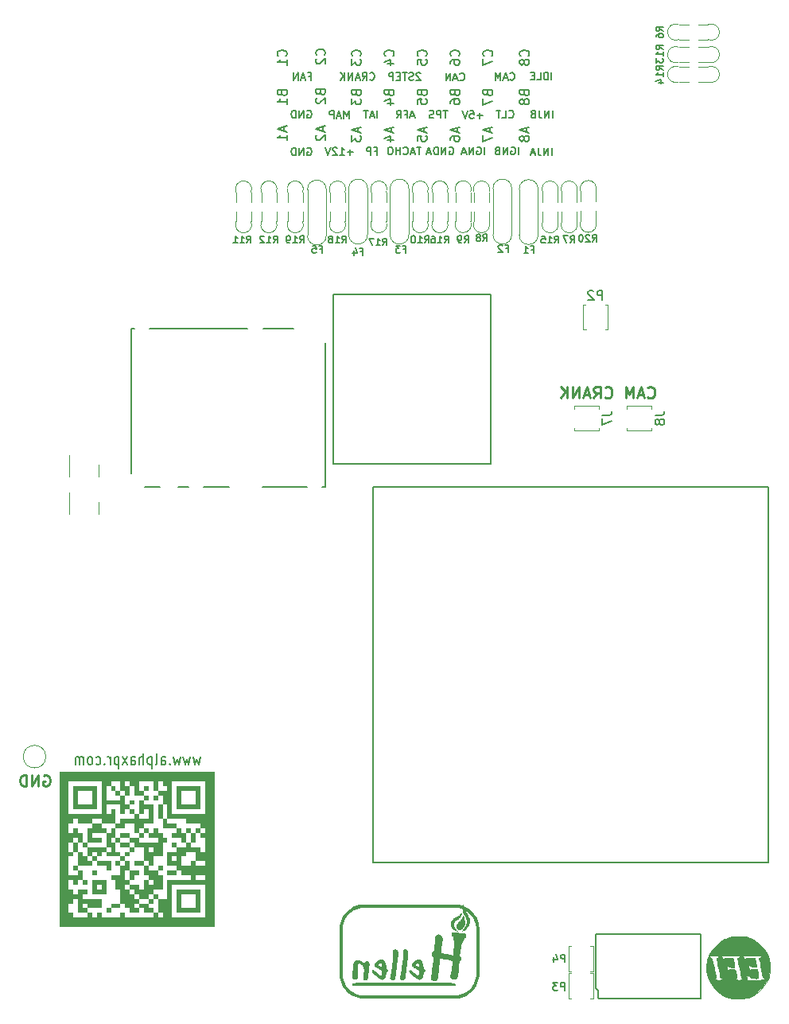
<source format=gbo>
G04 #@! TF.GenerationSoftware,KiCad,Pcbnew,(6.0.9)*
G04 #@! TF.CreationDate,2022-12-09T23:02:22+03:00*
G04 #@! TF.ProjectId,alphax_2ch,616c7068-6178-45f3-9263-682e6b696361,E*
G04 #@! TF.SameCoordinates,PX141f5e0PYa2cace0*
G04 #@! TF.FileFunction,Legend,Bot*
G04 #@! TF.FilePolarity,Positive*
%FSLAX46Y46*%
G04 Gerber Fmt 4.6, Leading zero omitted, Abs format (unit mm)*
G04 Created by KiCad (PCBNEW (6.0.9)) date 2022-12-09 23:02:22*
%MOMM*%
%LPD*%
G01*
G04 APERTURE LIST*
%ADD10C,0.250000*%
%ADD11C,0.170000*%
%ADD12C,0.200000*%
%ADD13C,0.130000*%
%ADD14C,0.127000*%
%ADD15C,0.150000*%
%ADD16C,0.120000*%
%ADD17C,0.099060*%
%ADD18C,0.002540*%
G04 APERTURE END LIST*
D10*
X3214285Y24300000D02*
X3328571Y24357143D01*
X3500000Y24357143D01*
X3671428Y24300000D01*
X3785714Y24185715D01*
X3842857Y24071429D01*
X3900000Y23842858D01*
X3900000Y23671429D01*
X3842857Y23442858D01*
X3785714Y23328572D01*
X3671428Y23214286D01*
X3500000Y23157143D01*
X3385714Y23157143D01*
X3214285Y23214286D01*
X3157142Y23271429D01*
X3157142Y23671429D01*
X3385714Y23671429D01*
X2642857Y23157143D02*
X2642857Y24357143D01*
X1957142Y23157143D01*
X1957142Y24357143D01*
X1385714Y23157143D02*
X1385714Y24357143D01*
X1100000Y24357143D01*
X928571Y24300000D01*
X814285Y24185715D01*
X757142Y24071429D01*
X700000Y23842858D01*
X700000Y23671429D01*
X757142Y23442858D01*
X814285Y23328572D01*
X928571Y23214286D01*
X1100000Y23157143D01*
X1385714Y23157143D01*
D11*
X53793786Y90361986D02*
X53793786Y91161986D01*
X52993786Y91123890D02*
X53069977Y91161986D01*
X53184262Y91161986D01*
X53298548Y91123890D01*
X53374739Y91047700D01*
X53412834Y90971510D01*
X53450929Y90819129D01*
X53450929Y90704843D01*
X53412834Y90552462D01*
X53374739Y90476271D01*
X53298548Y90400081D01*
X53184262Y90361986D01*
X53108072Y90361986D01*
X52993786Y90400081D01*
X52955691Y90438176D01*
X52955691Y90704843D01*
X53108072Y90704843D01*
X52612834Y90361986D02*
X52612834Y91161986D01*
X52155691Y90361986D01*
X52155691Y91161986D01*
X51508072Y90781033D02*
X51393786Y90742938D01*
X51355691Y90704843D01*
X51317596Y90628652D01*
X51317596Y90514367D01*
X51355691Y90438176D01*
X51393786Y90400081D01*
X51469977Y90361986D01*
X51774739Y90361986D01*
X51774739Y91161986D01*
X51508072Y91161986D01*
X51431881Y91123890D01*
X51393786Y91085795D01*
X51355691Y91009605D01*
X51355691Y90933414D01*
X51393786Y90857224D01*
X51431881Y90819129D01*
X51508072Y90781033D01*
X51774739Y90781033D01*
D10*
X62971428Y64571429D02*
X63028571Y64514286D01*
X63200000Y64457143D01*
X63314285Y64457143D01*
X63485714Y64514286D01*
X63600000Y64628572D01*
X63657142Y64742858D01*
X63714285Y64971429D01*
X63714285Y65142858D01*
X63657142Y65371429D01*
X63600000Y65485715D01*
X63485714Y65600000D01*
X63314285Y65657143D01*
X63200000Y65657143D01*
X63028571Y65600000D01*
X62971428Y65542858D01*
X61771428Y64457143D02*
X62171428Y65028572D01*
X62457142Y64457143D02*
X62457142Y65657143D01*
X62000000Y65657143D01*
X61885714Y65600000D01*
X61828571Y65542858D01*
X61771428Y65428572D01*
X61771428Y65257143D01*
X61828571Y65142858D01*
X61885714Y65085715D01*
X62000000Y65028572D01*
X62457142Y65028572D01*
X61314285Y64800000D02*
X60742857Y64800000D01*
X61428571Y64457143D02*
X61028571Y65657143D01*
X60628571Y64457143D01*
X60228571Y64457143D02*
X60228571Y65657143D01*
X59542857Y64457143D01*
X59542857Y65657143D01*
X58971428Y64457143D02*
X58971428Y65657143D01*
X58285714Y64457143D02*
X58800000Y65142858D01*
X58285714Y65657143D02*
X58971428Y64971429D01*
D11*
X37944244Y98369395D02*
X37982339Y98331300D01*
X38096625Y98293205D01*
X38172816Y98293205D01*
X38287101Y98331300D01*
X38363292Y98407490D01*
X38401387Y98483681D01*
X38439482Y98636062D01*
X38439482Y98750348D01*
X38401387Y98902729D01*
X38363292Y98978919D01*
X38287101Y99055109D01*
X38172816Y99093205D01*
X38096625Y99093205D01*
X37982339Y99055109D01*
X37944244Y99017014D01*
X37144244Y98293205D02*
X37410911Y98674157D01*
X37601387Y98293205D02*
X37601387Y99093205D01*
X37296625Y99093205D01*
X37220435Y99055109D01*
X37182339Y99017014D01*
X37144244Y98940824D01*
X37144244Y98826538D01*
X37182339Y98750348D01*
X37220435Y98712252D01*
X37296625Y98674157D01*
X37601387Y98674157D01*
X36839482Y98521776D02*
X36458530Y98521776D01*
X36915673Y98293205D02*
X36649006Y99093205D01*
X36382339Y98293205D01*
X36115673Y98293205D02*
X36115673Y99093205D01*
X35658530Y98293205D01*
X35658530Y99093205D01*
X35277578Y98293205D02*
X35277578Y99093205D01*
X34820435Y98293205D02*
X35163292Y98750348D01*
X34820435Y99093205D02*
X35277578Y98636062D01*
X57289025Y98328095D02*
X57289025Y99128095D01*
X56908072Y98328095D02*
X56908072Y99128095D01*
X56717596Y99128095D01*
X56603311Y99089999D01*
X56527120Y99013809D01*
X56489025Y98937619D01*
X56450930Y98785238D01*
X56450930Y98670952D01*
X56489025Y98518571D01*
X56527120Y98442380D01*
X56603311Y98366190D01*
X56717596Y98328095D01*
X56908072Y98328095D01*
X55727120Y98328095D02*
X56108072Y98328095D01*
X56108072Y99128095D01*
X55460453Y98747142D02*
X55193787Y98747142D01*
X55079501Y98328095D02*
X55460453Y98328095D01*
X55460453Y99128095D01*
X55079501Y99128095D01*
D12*
X19890476Y26257143D02*
X19700000Y25457143D01*
X19509523Y26028572D01*
X19319047Y25457143D01*
X19128571Y26257143D01*
X18842857Y26257143D02*
X18652380Y25457143D01*
X18461904Y26028572D01*
X18271428Y25457143D01*
X18080952Y26257143D01*
X17795238Y26257143D02*
X17604761Y25457143D01*
X17414285Y26028572D01*
X17223809Y25457143D01*
X17033333Y26257143D01*
X16652380Y25571429D02*
X16604761Y25514286D01*
X16652380Y25457143D01*
X16700000Y25514286D01*
X16652380Y25571429D01*
X16652380Y25457143D01*
X15747619Y25457143D02*
X15747619Y26085715D01*
X15795238Y26200000D01*
X15890476Y26257143D01*
X16080952Y26257143D01*
X16176190Y26200000D01*
X15747619Y25514286D02*
X15842857Y25457143D01*
X16080952Y25457143D01*
X16176190Y25514286D01*
X16223809Y25628572D01*
X16223809Y25742858D01*
X16176190Y25857143D01*
X16080952Y25914286D01*
X15842857Y25914286D01*
X15747619Y25971429D01*
X15128571Y25457143D02*
X15223809Y25514286D01*
X15271428Y25628572D01*
X15271428Y26657143D01*
X14747619Y26257143D02*
X14747619Y25057143D01*
X14747619Y26200000D02*
X14652380Y26257143D01*
X14461904Y26257143D01*
X14366666Y26200000D01*
X14319047Y26142858D01*
X14271428Y26028572D01*
X14271428Y25685715D01*
X14319047Y25571429D01*
X14366666Y25514286D01*
X14461904Y25457143D01*
X14652380Y25457143D01*
X14747619Y25514286D01*
X13842857Y25457143D02*
X13842857Y26657143D01*
X13414285Y25457143D02*
X13414285Y26085715D01*
X13461904Y26200000D01*
X13557142Y26257143D01*
X13700000Y26257143D01*
X13795238Y26200000D01*
X13842857Y26142858D01*
X12509523Y25457143D02*
X12509523Y26085715D01*
X12557142Y26200000D01*
X12652380Y26257143D01*
X12842857Y26257143D01*
X12938095Y26200000D01*
X12509523Y25514286D02*
X12604761Y25457143D01*
X12842857Y25457143D01*
X12938095Y25514286D01*
X12985714Y25628572D01*
X12985714Y25742858D01*
X12938095Y25857143D01*
X12842857Y25914286D01*
X12604761Y25914286D01*
X12509523Y25971429D01*
X12128571Y25457143D02*
X11604761Y26257143D01*
X12128571Y26257143D02*
X11604761Y25457143D01*
X11223809Y26257143D02*
X11223809Y25057143D01*
X11223809Y26200000D02*
X11128571Y26257143D01*
X10938095Y26257143D01*
X10842857Y26200000D01*
X10795238Y26142858D01*
X10747619Y26028572D01*
X10747619Y25685715D01*
X10795238Y25571429D01*
X10842857Y25514286D01*
X10938095Y25457143D01*
X11128571Y25457143D01*
X11223809Y25514286D01*
X10319047Y25457143D02*
X10319047Y26257143D01*
X10319047Y26028572D02*
X10271428Y26142858D01*
X10223809Y26200000D01*
X10128571Y26257143D01*
X10033333Y26257143D01*
X9700000Y25571429D02*
X9652380Y25514286D01*
X9700000Y25457143D01*
X9747619Y25514286D01*
X9700000Y25571429D01*
X9700000Y25457143D01*
X8795238Y25514286D02*
X8890476Y25457143D01*
X9080952Y25457143D01*
X9176190Y25514286D01*
X9223809Y25571429D01*
X9271428Y25685715D01*
X9271428Y26028572D01*
X9223809Y26142858D01*
X9176190Y26200000D01*
X9080952Y26257143D01*
X8890476Y26257143D01*
X8795238Y26200000D01*
X8223809Y25457143D02*
X8319047Y25514286D01*
X8366666Y25571429D01*
X8414285Y25685715D01*
X8414285Y26028572D01*
X8366666Y26142858D01*
X8319047Y26200000D01*
X8223809Y26257143D01*
X8080952Y26257143D01*
X7985714Y26200000D01*
X7938095Y26142858D01*
X7890476Y26028572D01*
X7890476Y25685715D01*
X7938095Y25571429D01*
X7985714Y25514286D01*
X8080952Y25457143D01*
X8223809Y25457143D01*
X7461904Y25457143D02*
X7461904Y26257143D01*
X7461904Y26142858D02*
X7414285Y26200000D01*
X7319047Y26257143D01*
X7176190Y26257143D01*
X7080952Y26200000D01*
X7033333Y26085715D01*
X7033333Y25457143D01*
X7033333Y26085715D02*
X6985714Y26200000D01*
X6890476Y26257143D01*
X6747619Y26257143D01*
X6652380Y26200000D01*
X6604761Y26085715D01*
X6604761Y25457143D01*
D11*
X46222449Y95045952D02*
X45765306Y95045952D01*
X45993878Y94245952D02*
X45993878Y95045952D01*
X45498640Y94245952D02*
X45498640Y95045952D01*
X45193878Y95045952D01*
X45117687Y95007856D01*
X45079592Y94969761D01*
X45041497Y94893571D01*
X45041497Y94779285D01*
X45079592Y94703095D01*
X45117687Y94664999D01*
X45193878Y94626904D01*
X45498640Y94626904D01*
X44736735Y94284047D02*
X44622449Y94245952D01*
X44431973Y94245952D01*
X44355783Y94284047D01*
X44317687Y94322142D01*
X44279592Y94398333D01*
X44279592Y94474523D01*
X44317687Y94550714D01*
X44355783Y94588809D01*
X44431973Y94626904D01*
X44584354Y94664999D01*
X44660545Y94703095D01*
X44698640Y94741190D01*
X44736735Y94817380D01*
X44736735Y94893571D01*
X44698640Y94969761D01*
X44660545Y95007856D01*
X44584354Y95045952D01*
X44393878Y95045952D01*
X44279592Y95007856D01*
X57304867Y90292205D02*
X57304867Y91092205D01*
X56923915Y90292205D02*
X56923915Y91092205D01*
X56466772Y90292205D01*
X56466772Y91092205D01*
X55857248Y91092205D02*
X55857248Y90520776D01*
X55895343Y90406490D01*
X55971534Y90330300D01*
X56085820Y90292205D01*
X56162010Y90292205D01*
X55514391Y90520776D02*
X55133439Y90520776D01*
X55590581Y90292205D02*
X55323915Y91092205D01*
X55057248Y90292205D01*
X47541497Y98299615D02*
X47579592Y98261520D01*
X47693878Y98223425D01*
X47770069Y98223425D01*
X47884354Y98261520D01*
X47960545Y98337710D01*
X47998640Y98413901D01*
X48036735Y98566282D01*
X48036735Y98680568D01*
X47998640Y98832949D01*
X47960545Y98909139D01*
X47884354Y98985329D01*
X47770069Y99023425D01*
X47693878Y99023425D01*
X47579592Y98985329D01*
X47541497Y98947234D01*
X47236735Y98451996D02*
X46855783Y98451996D01*
X47312926Y98223425D02*
X47046259Y99023425D01*
X46779592Y98223425D01*
X46512926Y98223425D02*
X46512926Y99023425D01*
X46055783Y98223425D01*
X46055783Y99023425D01*
X38450838Y90746142D02*
X38717504Y90746142D01*
X38717504Y90327095D02*
X38717504Y91127095D01*
X38336552Y91127095D01*
X38031790Y90327095D02*
X38031790Y91127095D01*
X37727028Y91127095D01*
X37650838Y91088999D01*
X37612743Y91050904D01*
X37574647Y90974714D01*
X37574647Y90860428D01*
X37612743Y90784238D01*
X37650838Y90746142D01*
X37727028Y90708047D01*
X38031790Y90708047D01*
X50142962Y90361986D02*
X50142962Y91161986D01*
X49342962Y91123890D02*
X49419153Y91161986D01*
X49533438Y91161986D01*
X49647724Y91123890D01*
X49723915Y91047700D01*
X49762010Y90971510D01*
X49800105Y90819129D01*
X49800105Y90704843D01*
X49762010Y90552462D01*
X49723915Y90476271D01*
X49647724Y90400081D01*
X49533438Y90361986D01*
X49457248Y90361986D01*
X49342962Y90400081D01*
X49304867Y90438176D01*
X49304867Y90704843D01*
X49457248Y90704843D01*
X48962010Y90361986D02*
X48962010Y91161986D01*
X48504867Y90361986D01*
X48504867Y91161986D01*
X48162010Y90590557D02*
X47781058Y90590557D01*
X48238200Y90361986D02*
X47971534Y91161986D01*
X47704867Y90361986D01*
X52746351Y94357032D02*
X52784446Y94318937D01*
X52898732Y94280842D01*
X52974922Y94280842D01*
X53089208Y94318937D01*
X53165399Y94395127D01*
X53203494Y94471318D01*
X53241589Y94623699D01*
X53241589Y94737985D01*
X53203494Y94890366D01*
X53165399Y94966556D01*
X53089208Y95042746D01*
X52974922Y95080842D01*
X52898732Y95080842D01*
X52784446Y95042746D01*
X52746351Y95004651D01*
X52022541Y94280842D02*
X52403494Y94280842D01*
X52403494Y95080842D01*
X51870160Y95080842D02*
X51413018Y95080842D01*
X51641589Y94280842D02*
X51641589Y95080842D01*
X31273273Y91054109D02*
X31349464Y91092205D01*
X31463750Y91092205D01*
X31578035Y91054109D01*
X31654226Y90977919D01*
X31692321Y90901729D01*
X31730416Y90749348D01*
X31730416Y90635062D01*
X31692321Y90482681D01*
X31654226Y90406490D01*
X31578035Y90330300D01*
X31463750Y90292205D01*
X31387559Y90292205D01*
X31273273Y90330300D01*
X31235178Y90368395D01*
X31235178Y90635062D01*
X31387559Y90635062D01*
X30892321Y90292205D02*
X30892321Y91092205D01*
X30435178Y90292205D01*
X30435178Y91092205D01*
X30054226Y90292205D02*
X30054226Y91092205D01*
X29863750Y91092205D01*
X29749464Y91054109D01*
X29673273Y90977919D01*
X29635178Y90901729D01*
X29597083Y90749348D01*
X29597083Y90635062D01*
X29635178Y90482681D01*
X29673273Y90406490D01*
X29749464Y90330300D01*
X29863750Y90292205D01*
X30054226Y90292205D01*
X31273273Y95031582D02*
X31349464Y95069678D01*
X31463750Y95069678D01*
X31578035Y95031582D01*
X31654226Y94955392D01*
X31692321Y94879202D01*
X31730416Y94726821D01*
X31730416Y94612535D01*
X31692321Y94460154D01*
X31654226Y94383963D01*
X31578035Y94307773D01*
X31463750Y94269678D01*
X31387559Y94269678D01*
X31273273Y94307773D01*
X31235178Y94345868D01*
X31235178Y94612535D01*
X31387559Y94612535D01*
X30892321Y94269678D02*
X30892321Y95069678D01*
X30435178Y94269678D01*
X30435178Y95069678D01*
X30054226Y94269678D02*
X30054226Y95069678D01*
X29863750Y95069678D01*
X29749464Y95031582D01*
X29673273Y94955392D01*
X29635178Y94879202D01*
X29597083Y94726821D01*
X29597083Y94612535D01*
X29635178Y94460154D01*
X29673273Y94383963D01*
X29749464Y94307773D01*
X29863750Y94269678D01*
X30054226Y94269678D01*
X57396900Y94280842D02*
X57396900Y95080842D01*
X57015948Y94280842D02*
X57015948Y95080842D01*
X56558805Y94280842D01*
X56558805Y95080842D01*
X55949281Y95080842D02*
X55949281Y94509413D01*
X55987376Y94395127D01*
X56063567Y94318937D01*
X56177852Y94280842D01*
X56254043Y94280842D01*
X55301662Y94699889D02*
X55187376Y94661794D01*
X55149281Y94623699D01*
X55111186Y94547508D01*
X55111186Y94433223D01*
X55149281Y94357032D01*
X55187376Y94318937D01*
X55263567Y94280842D01*
X55568329Y94280842D01*
X55568329Y95080842D01*
X55301662Y95080842D01*
X55225471Y95042746D01*
X55187376Y95004651D01*
X55149281Y94928461D01*
X55149281Y94852270D01*
X55187376Y94776080D01*
X55225471Y94737985D01*
X55301662Y94699889D01*
X55568329Y94699889D01*
X42657248Y94474523D02*
X42276295Y94474523D01*
X42733438Y94245952D02*
X42466772Y95045952D01*
X42200105Y94245952D01*
X41666772Y94664999D02*
X41933438Y94664999D01*
X41933438Y94245952D02*
X41933438Y95045952D01*
X41552486Y95045952D01*
X40790581Y94245952D02*
X41057248Y94626904D01*
X41247724Y94245952D02*
X41247724Y95045952D01*
X40942962Y95045952D01*
X40866772Y95007856D01*
X40828676Y94969761D01*
X40790581Y94893571D01*
X40790581Y94779285D01*
X40828676Y94703095D01*
X40866772Y94664999D01*
X40942962Y94626904D01*
X41247724Y94626904D01*
X43330325Y99017014D02*
X43292230Y99055109D01*
X43216039Y99093205D01*
X43025563Y99093205D01*
X42949373Y99055109D01*
X42911277Y99017014D01*
X42873182Y98940824D01*
X42873182Y98864633D01*
X42911277Y98750348D01*
X43368420Y98293205D01*
X42873182Y98293205D01*
X42568420Y98331300D02*
X42454135Y98293205D01*
X42263658Y98293205D01*
X42187468Y98331300D01*
X42149373Y98369395D01*
X42111277Y98445586D01*
X42111277Y98521776D01*
X42149373Y98597967D01*
X42187468Y98636062D01*
X42263658Y98674157D01*
X42416039Y98712252D01*
X42492230Y98750348D01*
X42530325Y98788443D01*
X42568420Y98864633D01*
X42568420Y98940824D01*
X42530325Y99017014D01*
X42492230Y99055109D01*
X42416039Y99093205D01*
X42225563Y99093205D01*
X42111277Y99055109D01*
X41882706Y99093205D02*
X41425563Y99093205D01*
X41654135Y98293205D02*
X41654135Y99093205D01*
X41158896Y98712252D02*
X40892230Y98712252D01*
X40777944Y98293205D02*
X41158896Y98293205D01*
X41158896Y99093205D01*
X40777944Y99093205D01*
X40435087Y98293205D02*
X40435087Y99093205D01*
X40130325Y99093205D01*
X40054135Y99055109D01*
X40016039Y99017014D01*
X39977944Y98940824D01*
X39977944Y98826538D01*
X40016039Y98750348D01*
X40054135Y98712252D01*
X40130325Y98674157D01*
X40435087Y98674157D01*
X52882888Y98369395D02*
X52920984Y98331300D01*
X53035269Y98293205D01*
X53111460Y98293205D01*
X53225746Y98331300D01*
X53301936Y98407490D01*
X53340031Y98483681D01*
X53378127Y98636062D01*
X53378127Y98750348D01*
X53340031Y98902729D01*
X53301936Y98978919D01*
X53225746Y99055109D01*
X53111460Y99093205D01*
X53035269Y99093205D01*
X52920984Y99055109D01*
X52882888Y99017014D01*
X52578127Y98521776D02*
X52197174Y98521776D01*
X52654317Y98293205D02*
X52387650Y99093205D01*
X52120984Y98293205D01*
X51854317Y98293205D02*
X51854317Y99093205D01*
X51587650Y98521776D01*
X51320984Y99093205D01*
X51320984Y98293205D01*
X31416040Y98712252D02*
X31682706Y98712252D01*
X31682706Y98293205D02*
X31682706Y99093205D01*
X31301754Y99093205D01*
X31035087Y98521776D02*
X30654135Y98521776D01*
X31111278Y98293205D02*
X30844611Y99093205D01*
X30577944Y98293205D01*
X30311278Y98293205D02*
X30311278Y99093205D01*
X29854135Y98293205D01*
X29854135Y99093205D01*
D10*
X67528571Y64571429D02*
X67585714Y64514286D01*
X67757142Y64457143D01*
X67871428Y64457143D01*
X68042857Y64514286D01*
X68157142Y64628572D01*
X68214285Y64742858D01*
X68271428Y64971429D01*
X68271428Y65142858D01*
X68214285Y65371429D01*
X68157142Y65485715D01*
X68042857Y65600000D01*
X67871428Y65657143D01*
X67757142Y65657143D01*
X67585714Y65600000D01*
X67528571Y65542858D01*
X67071428Y64800000D02*
X66500000Y64800000D01*
X67185714Y64457143D02*
X66785714Y65657143D01*
X66385714Y64457143D01*
X65985714Y64457143D02*
X65985714Y65657143D01*
X65585714Y64800000D01*
X65185714Y65657143D01*
X65185714Y64457143D01*
D11*
X46409537Y91123890D02*
X46485728Y91161986D01*
X46600014Y91161986D01*
X46714299Y91123890D01*
X46790490Y91047700D01*
X46828585Y90971510D01*
X46866680Y90819129D01*
X46866680Y90704843D01*
X46828585Y90552462D01*
X46790490Y90476271D01*
X46714299Y90400081D01*
X46600014Y90361986D01*
X46523823Y90361986D01*
X46409537Y90400081D01*
X46371442Y90438176D01*
X46371442Y90704843D01*
X46523823Y90704843D01*
X46028585Y90361986D02*
X46028585Y91161986D01*
X45571442Y90361986D01*
X45571442Y91161986D01*
X45190490Y90361986D02*
X45190490Y91161986D01*
X45000014Y91161986D01*
X44885728Y91123890D01*
X44809537Y91047700D01*
X44771442Y90971510D01*
X44733347Y90819129D01*
X44733347Y90704843D01*
X44771442Y90552462D01*
X44809537Y90476271D01*
X44885728Y90400081D01*
X45000014Y90361986D01*
X45190490Y90361986D01*
X44428585Y90590557D02*
X44047633Y90590557D01*
X44504776Y90361986D02*
X44238109Y91161986D01*
X43971442Y90361986D01*
X49974739Y94515824D02*
X49365215Y94515824D01*
X49669977Y94211062D02*
X49669977Y94820586D01*
X48603310Y95011062D02*
X48984263Y95011062D01*
X49022358Y94630109D01*
X48984263Y94668205D01*
X48908072Y94706300D01*
X48717596Y94706300D01*
X48641406Y94668205D01*
X48603310Y94630109D01*
X48565215Y94553919D01*
X48565215Y94363443D01*
X48603310Y94287252D01*
X48641406Y94249157D01*
X48717596Y94211062D01*
X48908072Y94211062D01*
X48984263Y94249157D01*
X49022358Y94287252D01*
X48336644Y95011062D02*
X48069977Y94211062D01*
X47803310Y95011062D01*
X35720526Y94211062D02*
X35720526Y95011062D01*
X35453860Y94439633D01*
X35187193Y95011062D01*
X35187193Y94211062D01*
X34844336Y94439633D02*
X34463383Y94439633D01*
X34920526Y94211062D02*
X34653860Y95011062D01*
X34387193Y94211062D01*
X34120526Y94211062D02*
X34120526Y95011062D01*
X33815764Y95011062D01*
X33739574Y94972966D01*
X33701479Y94934871D01*
X33663383Y94858681D01*
X33663383Y94744395D01*
X33701479Y94668205D01*
X33739574Y94630109D01*
X33815764Y94592014D01*
X34120526Y94592014D01*
X38708073Y94245952D02*
X38708073Y95045952D01*
X38365215Y94474523D02*
X37984263Y94474523D01*
X38441406Y94245952D02*
X38174739Y95045952D01*
X37908073Y94245952D01*
X37755692Y95045952D02*
X37298549Y95045952D01*
X37527120Y94245952D02*
X37527120Y95045952D01*
X36155416Y90631857D02*
X35545893Y90631857D01*
X35850654Y90327095D02*
X35850654Y90936619D01*
X34745893Y90327095D02*
X35203035Y90327095D01*
X34974464Y90327095D02*
X34974464Y91127095D01*
X35050654Y91012809D01*
X35126845Y90936619D01*
X35203035Y90898523D01*
X34441131Y91050904D02*
X34403035Y91088999D01*
X34326845Y91127095D01*
X34136369Y91127095D01*
X34060178Y91088999D01*
X34022083Y91050904D01*
X33983988Y90974714D01*
X33983988Y90898523D01*
X34022083Y90784238D01*
X34479226Y90327095D01*
X33983988Y90327095D01*
X33755416Y91127095D02*
X33488750Y90327095D01*
X33222083Y91127095D01*
X43393878Y91161986D02*
X42936735Y91161986D01*
X43165307Y90361986D02*
X43165307Y91161986D01*
X42708164Y90590557D02*
X42327212Y90590557D01*
X42784355Y90361986D02*
X42517688Y91161986D01*
X42251021Y90361986D01*
X41527212Y90438176D02*
X41565307Y90400081D01*
X41679593Y90361986D01*
X41755783Y90361986D01*
X41870069Y90400081D01*
X41946259Y90476271D01*
X41984355Y90552462D01*
X42022450Y90704843D01*
X42022450Y90819129D01*
X41984355Y90971510D01*
X41946259Y91047700D01*
X41870069Y91123890D01*
X41755783Y91161986D01*
X41679593Y91161986D01*
X41565307Y91123890D01*
X41527212Y91085795D01*
X41184355Y90361986D02*
X41184355Y91161986D01*
X41184355Y90781033D02*
X40727212Y90781033D01*
X40727212Y90361986D02*
X40727212Y91161986D01*
X40193878Y91161986D02*
X40041497Y91161986D01*
X39965307Y91123890D01*
X39889116Y91047700D01*
X39851021Y90895319D01*
X39851021Y90628652D01*
X39889116Y90476271D01*
X39965307Y90400081D01*
X40041497Y90361986D01*
X40193878Y90361986D01*
X40270069Y90400081D01*
X40346259Y90476271D01*
X40384355Y90628652D01*
X40384355Y90895319D01*
X40346259Y91047700D01*
X40270069Y91123890D01*
X40193878Y91161986D01*
D13*
G04 #@! TO.C,R8*
X49992467Y81135007D02*
X50242467Y81492150D01*
X50421038Y81135007D02*
X50421038Y81885007D01*
X50135324Y81885007D01*
X50063895Y81849292D01*
X50028181Y81813578D01*
X49992467Y81742150D01*
X49992467Y81635007D01*
X50028181Y81563578D01*
X50063895Y81527864D01*
X50135324Y81492150D01*
X50421038Y81492150D01*
X49563895Y81563578D02*
X49635324Y81599292D01*
X49671038Y81635007D01*
X49706752Y81706435D01*
X49706752Y81742150D01*
X49671038Y81813578D01*
X49635324Y81849292D01*
X49563895Y81885007D01*
X49421038Y81885007D01*
X49349609Y81849292D01*
X49313895Y81813578D01*
X49278181Y81742150D01*
X49278181Y81706435D01*
X49313895Y81635007D01*
X49349609Y81599292D01*
X49421038Y81563578D01*
X49563895Y81563578D01*
X49635324Y81527864D01*
X49671038Y81492150D01*
X49706752Y81420721D01*
X49706752Y81277864D01*
X49671038Y81206435D01*
X49635324Y81170721D01*
X49563895Y81135007D01*
X49421038Y81135007D01*
X49349609Y81170721D01*
X49313895Y81206435D01*
X49278181Y81277864D01*
X49278181Y81420721D01*
X49313895Y81492150D01*
X49349609Y81527864D01*
X49421038Y81563578D01*
D14*
G04 #@! TO.C,R9*
X48009571Y80978335D02*
X48263571Y81341192D01*
X48444999Y80978335D02*
X48444999Y81740335D01*
X48154713Y81740335D01*
X48082142Y81704049D01*
X48045856Y81667764D01*
X48009571Y81595192D01*
X48009571Y81486335D01*
X48045856Y81413764D01*
X48082142Y81377478D01*
X48154713Y81341192D01*
X48444999Y81341192D01*
X47646713Y80978335D02*
X47501571Y80978335D01*
X47428999Y81014621D01*
X47392713Y81050907D01*
X47320142Y81159764D01*
X47283856Y81304907D01*
X47283856Y81595192D01*
X47320142Y81667764D01*
X47356428Y81704049D01*
X47428999Y81740335D01*
X47574142Y81740335D01*
X47646713Y81704049D01*
X47682999Y81667764D01*
X47719285Y81595192D01*
X47719285Y81413764D01*
X47682999Y81341192D01*
X47646713Y81304907D01*
X47574142Y81268621D01*
X47428999Y81268621D01*
X47356428Y81304907D01*
X47320142Y81341192D01*
X47283856Y81413764D01*
G04 #@! TO.C,F4*
X36954000Y80054429D02*
X37208000Y80054429D01*
X37208000Y79655286D02*
X37208000Y80417286D01*
X36845142Y80417286D01*
X36228285Y80163286D02*
X36228285Y79655286D01*
X36409714Y80453572D02*
X36591142Y79909286D01*
X36119428Y79909286D01*
D11*
G04 #@! TO.C,P2*
X62696095Y74897620D02*
X62696095Y75897620D01*
X62315142Y75897620D01*
X62219904Y75850000D01*
X62172285Y75802381D01*
X62124666Y75707143D01*
X62124666Y75564286D01*
X62172285Y75469048D01*
X62219904Y75421429D01*
X62315142Y75373810D01*
X62696095Y75373810D01*
X61743714Y75802381D02*
X61696095Y75850000D01*
X61600857Y75897620D01*
X61362761Y75897620D01*
X61267523Y75850000D01*
X61219904Y75802381D01*
X61172285Y75707143D01*
X61172285Y75611905D01*
X61219904Y75469048D01*
X61791333Y74897620D01*
X61172285Y74897620D01*
D13*
G04 #@! TO.C,R11*
X24848142Y80952715D02*
X25098142Y81309858D01*
X25276714Y80952715D02*
X25276714Y81702715D01*
X24991000Y81702715D01*
X24919571Y81667000D01*
X24883857Y81631286D01*
X24848142Y81559858D01*
X24848142Y81452715D01*
X24883857Y81381286D01*
X24919571Y81345572D01*
X24991000Y81309858D01*
X25276714Y81309858D01*
X24133857Y80952715D02*
X24562428Y80952715D01*
X24348142Y80952715D02*
X24348142Y81702715D01*
X24419571Y81595572D01*
X24491000Y81524143D01*
X24562428Y81488429D01*
X23419571Y80952715D02*
X23848142Y80952715D01*
X23633857Y80952715D02*
X23633857Y81702715D01*
X23705285Y81595572D01*
X23776714Y81524143D01*
X23848142Y81488429D01*
G04 #@! TO.C,R6*
X69155285Y103525000D02*
X68798142Y103775000D01*
X69155285Y103953572D02*
X68405285Y103953572D01*
X68405285Y103667858D01*
X68441000Y103596429D01*
X68476714Y103560715D01*
X68548142Y103525000D01*
X68655285Y103525000D01*
X68726714Y103560715D01*
X68762428Y103596429D01*
X68798142Y103667858D01*
X68798142Y103953572D01*
X68405285Y102882143D02*
X68405285Y103025000D01*
X68441000Y103096429D01*
X68476714Y103132143D01*
X68583857Y103203572D01*
X68726714Y103239286D01*
X69012428Y103239286D01*
X69083857Y103203572D01*
X69119571Y103167858D01*
X69155285Y103096429D01*
X69155285Y102953572D01*
X69119571Y102882143D01*
X69083857Y102846429D01*
X69012428Y102810715D01*
X68833857Y102810715D01*
X68762428Y102846429D01*
X68726714Y102882143D01*
X68691000Y102953572D01*
X68691000Y103096429D01*
X68726714Y103167858D01*
X68762428Y103203572D01*
X68833857Y103239286D01*
G04 #@! TO.C,R17*
X39326142Y80698715D02*
X39576142Y81055858D01*
X39754714Y80698715D02*
X39754714Y81448715D01*
X39469000Y81448715D01*
X39397571Y81413000D01*
X39361857Y81377286D01*
X39326142Y81305858D01*
X39326142Y81198715D01*
X39361857Y81127286D01*
X39397571Y81091572D01*
X39469000Y81055858D01*
X39754714Y81055858D01*
X38611857Y80698715D02*
X39040428Y80698715D01*
X38826142Y80698715D02*
X38826142Y81448715D01*
X38897571Y81341572D01*
X38969000Y81270143D01*
X39040428Y81234429D01*
X38361857Y81448715D02*
X37861857Y81448715D01*
X38183285Y80698715D01*
G04 #@! TO.C,R16*
X45882142Y80952715D02*
X46132142Y81309858D01*
X46310714Y80952715D02*
X46310714Y81702715D01*
X46025000Y81702715D01*
X45953571Y81667000D01*
X45917857Y81631286D01*
X45882142Y81559858D01*
X45882142Y81452715D01*
X45917857Y81381286D01*
X45953571Y81345572D01*
X46025000Y81309858D01*
X46310714Y81309858D01*
X45167857Y80952715D02*
X45596428Y80952715D01*
X45382142Y80952715D02*
X45382142Y81702715D01*
X45453571Y81595572D01*
X45525000Y81524143D01*
X45596428Y81488429D01*
X44525000Y81702715D02*
X44667857Y81702715D01*
X44739285Y81667000D01*
X44775000Y81631286D01*
X44846428Y81524143D01*
X44882142Y81381286D01*
X44882142Y81095572D01*
X44846428Y81024143D01*
X44810714Y80988429D01*
X44739285Y80952715D01*
X44596428Y80952715D01*
X44525000Y80988429D01*
X44489285Y81024143D01*
X44453571Y81095572D01*
X44453571Y81274143D01*
X44489285Y81345572D01*
X44525000Y81381286D01*
X44596428Y81417000D01*
X44739285Y81417000D01*
X44810714Y81381286D01*
X44846428Y81345572D01*
X44882142Y81274143D01*
D11*
G04 #@! TO.C,P3*
X58695238Y1429048D02*
X58695238Y2249048D01*
X58382857Y2249048D01*
X58304761Y2210000D01*
X58265714Y2170953D01*
X58226666Y2092858D01*
X58226666Y1975715D01*
X58265714Y1897620D01*
X58304761Y1858572D01*
X58382857Y1819524D01*
X58695238Y1819524D01*
X57953333Y2249048D02*
X57445714Y2249048D01*
X57719047Y1936667D01*
X57601904Y1936667D01*
X57523809Y1897620D01*
X57484761Y1858572D01*
X57445714Y1780477D01*
X57445714Y1585239D01*
X57484761Y1507143D01*
X57523809Y1468096D01*
X57601904Y1429048D01*
X57836190Y1429048D01*
X57914285Y1468096D01*
X57953333Y1507143D01*
D14*
G04 #@! TO.C,R10*
X43789857Y80955286D02*
X44043857Y81318143D01*
X44225285Y80955286D02*
X44225285Y81717286D01*
X43935000Y81717286D01*
X43862428Y81681000D01*
X43826142Y81644715D01*
X43789857Y81572143D01*
X43789857Y81463286D01*
X43826142Y81390715D01*
X43862428Y81354429D01*
X43935000Y81318143D01*
X44225285Y81318143D01*
X43064142Y80955286D02*
X43499571Y80955286D01*
X43281857Y80955286D02*
X43281857Y81717286D01*
X43354428Y81608429D01*
X43427000Y81535858D01*
X43499571Y81499572D01*
X42592428Y81717286D02*
X42519857Y81717286D01*
X42447285Y81681000D01*
X42411000Y81644715D01*
X42374714Y81572143D01*
X42338428Y81427000D01*
X42338428Y81245572D01*
X42374714Y81100429D01*
X42411000Y81027858D01*
X42447285Y80991572D01*
X42519857Y80955286D01*
X42592428Y80955286D01*
X42665000Y80991572D01*
X42701285Y81027858D01*
X42737571Y81100429D01*
X42773857Y81245572D01*
X42773857Y81427000D01*
X42737571Y81572143D01*
X42701285Y81644715D01*
X42665000Y81681000D01*
X42592428Y81717286D01*
G04 #@! TO.C,R19*
X30489857Y80955286D02*
X30743857Y81318143D01*
X30925285Y80955286D02*
X30925285Y81717286D01*
X30635000Y81717286D01*
X30562428Y81681000D01*
X30526142Y81644715D01*
X30489857Y81572143D01*
X30489857Y81463286D01*
X30526142Y81390715D01*
X30562428Y81354429D01*
X30635000Y81318143D01*
X30925285Y81318143D01*
X29764142Y80955286D02*
X30199571Y80955286D01*
X29981857Y80955286D02*
X29981857Y81717286D01*
X30054428Y81608429D01*
X30127000Y81535858D01*
X30199571Y81499572D01*
X29401285Y80955286D02*
X29256142Y80955286D01*
X29183571Y80991572D01*
X29147285Y81027858D01*
X29074714Y81136715D01*
X29038428Y81281858D01*
X29038428Y81572143D01*
X29074714Y81644715D01*
X29111000Y81681000D01*
X29183571Y81717286D01*
X29328714Y81717286D01*
X29401285Y81681000D01*
X29437571Y81644715D01*
X29473857Y81572143D01*
X29473857Y81390715D01*
X29437571Y81318143D01*
X29401285Y81281858D01*
X29328714Y81245572D01*
X29183571Y81245572D01*
X29111000Y81281858D01*
X29074714Y81318143D01*
X29038428Y81390715D01*
G04 #@! TO.C,F1*
X55150000Y80254429D02*
X55404000Y80254429D01*
X55404000Y79855286D02*
X55404000Y80617286D01*
X55041142Y80617286D01*
X54351714Y79855286D02*
X54787142Y79855286D01*
X54569428Y79855286D02*
X54569428Y80617286D01*
X54642000Y80508429D01*
X54714571Y80435858D01*
X54787142Y80399572D01*
D13*
G04 #@! TO.C,R14*
X69155285Y99382143D02*
X68798142Y99632143D01*
X69155285Y99810715D02*
X68405285Y99810715D01*
X68405285Y99525000D01*
X68441000Y99453572D01*
X68476714Y99417858D01*
X68548142Y99382143D01*
X68655285Y99382143D01*
X68726714Y99417858D01*
X68762428Y99453572D01*
X68798142Y99525000D01*
X68798142Y99810715D01*
X69155285Y98667858D02*
X69155285Y99096429D01*
X69155285Y98882143D02*
X68405285Y98882143D01*
X68512428Y98953572D01*
X68583857Y99025000D01*
X68619571Y99096429D01*
X68655285Y98025000D02*
X69155285Y98025000D01*
X68369571Y98203572D02*
X68905285Y98382143D01*
X68905285Y97917858D01*
D14*
G04 #@! TO.C,F3*
X41504000Y80304429D02*
X41758000Y80304429D01*
X41758000Y79905286D02*
X41758000Y80667286D01*
X41395142Y80667286D01*
X41177428Y80667286D02*
X40705714Y80667286D01*
X40959714Y80377000D01*
X40850857Y80377000D01*
X40778285Y80340715D01*
X40742000Y80304429D01*
X40705714Y80231858D01*
X40705714Y80050429D01*
X40742000Y79977858D01*
X40778285Y79941572D01*
X40850857Y79905286D01*
X41068571Y79905286D01*
X41141142Y79941572D01*
X41177428Y79977858D01*
D13*
G04 #@! TO.C,R15*
X57614142Y80952715D02*
X57864142Y81309858D01*
X58042714Y80952715D02*
X58042714Y81702715D01*
X57757000Y81702715D01*
X57685571Y81667000D01*
X57649857Y81631286D01*
X57614142Y81559858D01*
X57614142Y81452715D01*
X57649857Y81381286D01*
X57685571Y81345572D01*
X57757000Y81309858D01*
X58042714Y81309858D01*
X56899857Y80952715D02*
X57328428Y80952715D01*
X57114142Y80952715D02*
X57114142Y81702715D01*
X57185571Y81595572D01*
X57257000Y81524143D01*
X57328428Y81488429D01*
X56221285Y81702715D02*
X56578428Y81702715D01*
X56614142Y81345572D01*
X56578428Y81381286D01*
X56507000Y81417000D01*
X56328428Y81417000D01*
X56257000Y81381286D01*
X56221285Y81345572D01*
X56185571Y81274143D01*
X56185571Y81095572D01*
X56221285Y81024143D01*
X56257000Y80988429D01*
X56328428Y80952715D01*
X56507000Y80952715D01*
X56578428Y80988429D01*
X56614142Y81024143D01*
D14*
G04 #@! TO.C,R7*
X59291000Y80955286D02*
X59545000Y81318143D01*
X59726428Y80955286D02*
X59726428Y81717286D01*
X59436142Y81717286D01*
X59363571Y81681000D01*
X59327285Y81644715D01*
X59291000Y81572143D01*
X59291000Y81463286D01*
X59327285Y81390715D01*
X59363571Y81354429D01*
X59436142Y81318143D01*
X59726428Y81318143D01*
X59037000Y81717286D02*
X58529000Y81717286D01*
X58855571Y80955286D01*
D13*
G04 #@! TO.C,R13*
X69155285Y101586143D02*
X68798142Y101836143D01*
X69155285Y102014715D02*
X68405285Y102014715D01*
X68405285Y101729000D01*
X68441000Y101657572D01*
X68476714Y101621858D01*
X68548142Y101586143D01*
X68655285Y101586143D01*
X68726714Y101621858D01*
X68762428Y101657572D01*
X68798142Y101729000D01*
X68798142Y102014715D01*
X69155285Y100871858D02*
X69155285Y101300429D01*
X69155285Y101086143D02*
X68405285Y101086143D01*
X68512428Y101157572D01*
X68583857Y101229000D01*
X68619571Y101300429D01*
X68405285Y100621858D02*
X68405285Y100157572D01*
X68691000Y100407572D01*
X68691000Y100300429D01*
X68726714Y100229000D01*
X68762428Y100193286D01*
X68833857Y100157572D01*
X69012428Y100157572D01*
X69083857Y100193286D01*
X69119571Y100229000D01*
X69155285Y100300429D01*
X69155285Y100514715D01*
X69119571Y100586143D01*
X69083857Y100621858D01*
G04 #@! TO.C,R20*
X61626093Y81107095D02*
X61876093Y81464238D01*
X62054665Y81107095D02*
X62054665Y81857095D01*
X61768951Y81857095D01*
X61697522Y81821380D01*
X61661808Y81785666D01*
X61626093Y81714238D01*
X61626093Y81607095D01*
X61661808Y81535666D01*
X61697522Y81499952D01*
X61768951Y81464238D01*
X62054665Y81464238D01*
X61340379Y81785666D02*
X61304665Y81821380D01*
X61233236Y81857095D01*
X61054665Y81857095D01*
X60983236Y81821380D01*
X60947522Y81785666D01*
X60911808Y81714238D01*
X60911808Y81642809D01*
X60947522Y81535666D01*
X61376093Y81107095D01*
X60911808Y81107095D01*
X60447522Y81857095D02*
X60376093Y81857095D01*
X60304665Y81821380D01*
X60268951Y81785666D01*
X60233236Y81714238D01*
X60197522Y81571380D01*
X60197522Y81392809D01*
X60233236Y81249952D01*
X60268951Y81178523D01*
X60304665Y81142809D01*
X60376093Y81107095D01*
X60447522Y81107095D01*
X60518951Y81142809D01*
X60554665Y81178523D01*
X60590379Y81249952D01*
X60626093Y81392809D01*
X60626093Y81571380D01*
X60590379Y81714238D01*
X60554665Y81785666D01*
X60518951Y81821380D01*
X60447522Y81857095D01*
D15*
G04 #@! TO.C,P1*
X40407142Y100865667D02*
X40454761Y100913286D01*
X40502380Y101056143D01*
X40502380Y101151381D01*
X40454761Y101294239D01*
X40359523Y101389477D01*
X40264285Y101437096D01*
X40073809Y101484715D01*
X39930952Y101484715D01*
X39740476Y101437096D01*
X39645238Y101389477D01*
X39550000Y101294239D01*
X39502380Y101151381D01*
X39502380Y101056143D01*
X39550000Y100913286D01*
X39597619Y100865667D01*
X39835714Y100008524D02*
X40502380Y100008524D01*
X39454761Y100246620D02*
X40169047Y100484715D01*
X40169047Y99865667D01*
X46978571Y96903762D02*
X47026190Y96760905D01*
X47073809Y96713286D01*
X47169047Y96665667D01*
X47311904Y96665667D01*
X47407142Y96713286D01*
X47454761Y96760905D01*
X47502380Y96856143D01*
X47502380Y97237096D01*
X46502380Y97237096D01*
X46502380Y96903762D01*
X46550000Y96808524D01*
X46597619Y96760905D01*
X46692857Y96713286D01*
X46788095Y96713286D01*
X46883333Y96760905D01*
X46930952Y96808524D01*
X46978571Y96903762D01*
X46978571Y97237096D01*
X46502380Y95808524D02*
X46502380Y95999000D01*
X46550000Y96094239D01*
X46597619Y96141858D01*
X46740476Y96237096D01*
X46930952Y96284715D01*
X47311904Y96284715D01*
X47407142Y96237096D01*
X47454761Y96189477D01*
X47502380Y96094239D01*
X47502380Y95903762D01*
X47454761Y95808524D01*
X47407142Y95760905D01*
X47311904Y95713286D01*
X47073809Y95713286D01*
X46978571Y95760905D01*
X46930952Y95808524D01*
X46883333Y95903762D01*
X46883333Y96094239D01*
X46930952Y96189477D01*
X46978571Y96237096D01*
X47073809Y96284715D01*
X32916666Y93313286D02*
X32916666Y92837096D01*
X33202380Y93408524D02*
X32202380Y93075191D01*
X33202380Y92741858D01*
X32297619Y92456143D02*
X32250000Y92408524D01*
X32202380Y92313286D01*
X32202380Y92075191D01*
X32250000Y91979953D01*
X32297619Y91932334D01*
X32392857Y91884715D01*
X32488095Y91884715D01*
X32630952Y91932334D01*
X33202380Y92503762D01*
X33202380Y91884715D01*
X50716666Y93213286D02*
X50716666Y92737096D01*
X51002380Y93308524D02*
X50002380Y92975191D01*
X51002380Y92641858D01*
X50002380Y92403762D02*
X50002380Y91737096D01*
X51002380Y92165667D01*
X33107142Y100965667D02*
X33154761Y101013286D01*
X33202380Y101156143D01*
X33202380Y101251381D01*
X33154761Y101394239D01*
X33059523Y101489477D01*
X32964285Y101537096D01*
X32773809Y101584715D01*
X32630952Y101584715D01*
X32440476Y101537096D01*
X32345238Y101489477D01*
X32250000Y101394239D01*
X32202380Y101251381D01*
X32202380Y101156143D01*
X32250000Y101013286D01*
X32297619Y100965667D01*
X32297619Y100584715D02*
X32250000Y100537096D01*
X32202380Y100441858D01*
X32202380Y100203762D01*
X32250000Y100108524D01*
X32297619Y100060905D01*
X32392857Y100013286D01*
X32488095Y100013286D01*
X32630952Y100060905D01*
X33202380Y100632334D01*
X33202380Y100013286D01*
X43716666Y93213286D02*
X43716666Y92737096D01*
X44002380Y93308524D02*
X43002380Y92975191D01*
X44002380Y92641858D01*
X43002380Y91832334D02*
X43002380Y92308524D01*
X43478571Y92356143D01*
X43430952Y92308524D01*
X43383333Y92213286D01*
X43383333Y91975191D01*
X43430952Y91879953D01*
X43478571Y91832334D01*
X43573809Y91784715D01*
X43811904Y91784715D01*
X43907142Y91832334D01*
X43954761Y91879953D01*
X44002380Y91975191D01*
X44002380Y92213286D01*
X43954761Y92308524D01*
X43907142Y92356143D01*
X43478571Y96903762D02*
X43526190Y96760905D01*
X43573809Y96713286D01*
X43669047Y96665667D01*
X43811904Y96665667D01*
X43907142Y96713286D01*
X43954761Y96760905D01*
X44002380Y96856143D01*
X44002380Y97237096D01*
X43002380Y97237096D01*
X43002380Y96903762D01*
X43050000Y96808524D01*
X43097619Y96760905D01*
X43192857Y96713286D01*
X43288095Y96713286D01*
X43383333Y96760905D01*
X43430952Y96808524D01*
X43478571Y96903762D01*
X43478571Y97237096D01*
X43002380Y95760905D02*
X43002380Y96237096D01*
X43478571Y96284715D01*
X43430952Y96237096D01*
X43383333Y96141858D01*
X43383333Y95903762D01*
X43430952Y95808524D01*
X43478571Y95760905D01*
X43573809Y95713286D01*
X43811904Y95713286D01*
X43907142Y95760905D01*
X43954761Y95808524D01*
X44002380Y95903762D01*
X44002380Y96141858D01*
X43954761Y96237096D01*
X43907142Y96284715D01*
X39978571Y96903762D02*
X40026190Y96760905D01*
X40073809Y96713286D01*
X40169047Y96665667D01*
X40311904Y96665667D01*
X40407142Y96713286D01*
X40454761Y96760905D01*
X40502380Y96856143D01*
X40502380Y97237096D01*
X39502380Y97237096D01*
X39502380Y96903762D01*
X39550000Y96808524D01*
X39597619Y96760905D01*
X39692857Y96713286D01*
X39788095Y96713286D01*
X39883333Y96760905D01*
X39930952Y96808524D01*
X39978571Y96903762D01*
X39978571Y97237096D01*
X39835714Y95808524D02*
X40502380Y95808524D01*
X39454761Y96046620D02*
X40169047Y96284715D01*
X40169047Y95665667D01*
X43907142Y100865667D02*
X43954761Y100913286D01*
X44002380Y101056143D01*
X44002380Y101151381D01*
X43954761Y101294239D01*
X43859523Y101389477D01*
X43764285Y101437096D01*
X43573809Y101484715D01*
X43430952Y101484715D01*
X43240476Y101437096D01*
X43145238Y101389477D01*
X43050000Y101294239D01*
X43002380Y101151381D01*
X43002380Y101056143D01*
X43050000Y100913286D01*
X43097619Y100865667D01*
X43002380Y99960905D02*
X43002380Y100437096D01*
X43478571Y100484715D01*
X43430952Y100437096D01*
X43383333Y100341858D01*
X43383333Y100103762D01*
X43430952Y100008524D01*
X43478571Y99960905D01*
X43573809Y99913286D01*
X43811904Y99913286D01*
X43907142Y99960905D01*
X43954761Y100008524D01*
X44002380Y100103762D01*
X44002380Y100341858D01*
X43954761Y100437096D01*
X43907142Y100484715D01*
X47216666Y93213286D02*
X47216666Y92737096D01*
X47502380Y93308524D02*
X46502380Y92975191D01*
X47502380Y92641858D01*
X46502380Y91879953D02*
X46502380Y92070429D01*
X46550000Y92165667D01*
X46597619Y92213286D01*
X46740476Y92308524D01*
X46930952Y92356143D01*
X47311904Y92356143D01*
X47407142Y92308524D01*
X47454761Y92260905D01*
X47502380Y92165667D01*
X47502380Y91975191D01*
X47454761Y91879953D01*
X47407142Y91832334D01*
X47311904Y91784715D01*
X47073809Y91784715D01*
X46978571Y91832334D01*
X46930952Y91879953D01*
X46883333Y91975191D01*
X46883333Y92165667D01*
X46930952Y92260905D01*
X46978571Y92308524D01*
X47073809Y92356143D01*
X54378571Y96903762D02*
X54426190Y96760905D01*
X54473809Y96713286D01*
X54569047Y96665667D01*
X54711904Y96665667D01*
X54807142Y96713286D01*
X54854761Y96760905D01*
X54902380Y96856143D01*
X54902380Y97237096D01*
X53902380Y97237096D01*
X53902380Y96903762D01*
X53950000Y96808524D01*
X53997619Y96760905D01*
X54092857Y96713286D01*
X54188095Y96713286D01*
X54283333Y96760905D01*
X54330952Y96808524D01*
X54378571Y96903762D01*
X54378571Y97237096D01*
X54330952Y96094239D02*
X54283333Y96189477D01*
X54235714Y96237096D01*
X54140476Y96284715D01*
X54092857Y96284715D01*
X53997619Y96237096D01*
X53950000Y96189477D01*
X53902380Y96094239D01*
X53902380Y95903762D01*
X53950000Y95808524D01*
X53997619Y95760905D01*
X54092857Y95713286D01*
X54140476Y95713286D01*
X54235714Y95760905D01*
X54283333Y95808524D01*
X54330952Y95903762D01*
X54330952Y96094239D01*
X54378571Y96189477D01*
X54426190Y96237096D01*
X54521428Y96284715D01*
X54711904Y96284715D01*
X54807142Y96237096D01*
X54854761Y96189477D01*
X54902380Y96094239D01*
X54902380Y95903762D01*
X54854761Y95808524D01*
X54807142Y95760905D01*
X54711904Y95713286D01*
X54521428Y95713286D01*
X54426190Y95760905D01*
X54378571Y95808524D01*
X54330952Y95903762D01*
X50907142Y100865667D02*
X50954761Y100913286D01*
X51002380Y101056143D01*
X51002380Y101151381D01*
X50954761Y101294239D01*
X50859523Y101389477D01*
X50764285Y101437096D01*
X50573809Y101484715D01*
X50430952Y101484715D01*
X50240476Y101437096D01*
X50145238Y101389477D01*
X50050000Y101294239D01*
X50002380Y101151381D01*
X50002380Y101056143D01*
X50050000Y100913286D01*
X50097619Y100865667D01*
X50002380Y100532334D02*
X50002380Y99865667D01*
X51002380Y100294239D01*
X29007142Y100865667D02*
X29054761Y100913286D01*
X29102380Y101056143D01*
X29102380Y101151381D01*
X29054761Y101294239D01*
X28959523Y101389477D01*
X28864285Y101437096D01*
X28673809Y101484715D01*
X28530952Y101484715D01*
X28340476Y101437096D01*
X28245238Y101389477D01*
X28150000Y101294239D01*
X28102380Y101151381D01*
X28102380Y101056143D01*
X28150000Y100913286D01*
X28197619Y100865667D01*
X29102380Y99913286D02*
X29102380Y100484715D01*
X29102380Y100199000D02*
X28102380Y100199000D01*
X28245238Y100294239D01*
X28340476Y100389477D01*
X28388095Y100484715D01*
X50478571Y96903762D02*
X50526190Y96760905D01*
X50573809Y96713286D01*
X50669047Y96665667D01*
X50811904Y96665667D01*
X50907142Y96713286D01*
X50954761Y96760905D01*
X51002380Y96856143D01*
X51002380Y97237096D01*
X50002380Y97237096D01*
X50002380Y96903762D01*
X50050000Y96808524D01*
X50097619Y96760905D01*
X50192857Y96713286D01*
X50288095Y96713286D01*
X50383333Y96760905D01*
X50430952Y96808524D01*
X50478571Y96903762D01*
X50478571Y97237096D01*
X50002380Y96332334D02*
X50002380Y95665667D01*
X51002380Y96094239D01*
X54807142Y100865667D02*
X54854761Y100913286D01*
X54902380Y101056143D01*
X54902380Y101151381D01*
X54854761Y101294239D01*
X54759523Y101389477D01*
X54664285Y101437096D01*
X54473809Y101484715D01*
X54330952Y101484715D01*
X54140476Y101437096D01*
X54045238Y101389477D01*
X53950000Y101294239D01*
X53902380Y101151381D01*
X53902380Y101056143D01*
X53950000Y100913286D01*
X53997619Y100865667D01*
X54330952Y100294239D02*
X54283333Y100389477D01*
X54235714Y100437096D01*
X54140476Y100484715D01*
X54092857Y100484715D01*
X53997619Y100437096D01*
X53950000Y100389477D01*
X53902380Y100294239D01*
X53902380Y100103762D01*
X53950000Y100008524D01*
X53997619Y99960905D01*
X54092857Y99913286D01*
X54140476Y99913286D01*
X54235714Y99960905D01*
X54283333Y100008524D01*
X54330952Y100103762D01*
X54330952Y100294239D01*
X54378571Y100389477D01*
X54426190Y100437096D01*
X54521428Y100484715D01*
X54711904Y100484715D01*
X54807142Y100437096D01*
X54854761Y100389477D01*
X54902380Y100294239D01*
X54902380Y100103762D01*
X54854761Y100008524D01*
X54807142Y99960905D01*
X54711904Y99913286D01*
X54521428Y99913286D01*
X54426190Y99960905D01*
X54378571Y100008524D01*
X54330952Y100103762D01*
X28816666Y93313286D02*
X28816666Y92837096D01*
X29102380Y93408524D02*
X28102380Y93075191D01*
X29102380Y92741858D01*
X29102380Y91884715D02*
X29102380Y92456143D01*
X29102380Y92170429D02*
X28102380Y92170429D01*
X28245238Y92265667D01*
X28340476Y92360905D01*
X28388095Y92456143D01*
X36478571Y96903762D02*
X36526190Y96760905D01*
X36573809Y96713286D01*
X36669047Y96665667D01*
X36811904Y96665667D01*
X36907142Y96713286D01*
X36954761Y96760905D01*
X37002380Y96856143D01*
X37002380Y97237096D01*
X36002380Y97237096D01*
X36002380Y96903762D01*
X36050000Y96808524D01*
X36097619Y96760905D01*
X36192857Y96713286D01*
X36288095Y96713286D01*
X36383333Y96760905D01*
X36430952Y96808524D01*
X36478571Y96903762D01*
X36478571Y97237096D01*
X36002380Y96332334D02*
X36002380Y95713286D01*
X36383333Y96046620D01*
X36383333Y95903762D01*
X36430952Y95808524D01*
X36478571Y95760905D01*
X36573809Y95713286D01*
X36811904Y95713286D01*
X36907142Y95760905D01*
X36954761Y95808524D01*
X37002380Y95903762D01*
X37002380Y96189477D01*
X36954761Y96284715D01*
X36907142Y96332334D01*
X36716666Y93213286D02*
X36716666Y92737096D01*
X37002380Y93308524D02*
X36002380Y92975191D01*
X37002380Y92641858D01*
X36002380Y92403762D02*
X36002380Y91784715D01*
X36383333Y92118048D01*
X36383333Y91975191D01*
X36430952Y91879953D01*
X36478571Y91832334D01*
X36573809Y91784715D01*
X36811904Y91784715D01*
X36907142Y91832334D01*
X36954761Y91879953D01*
X37002380Y91975191D01*
X37002380Y92260905D01*
X36954761Y92356143D01*
X36907142Y92403762D01*
X36907142Y100865667D02*
X36954761Y100913286D01*
X37002380Y101056143D01*
X37002380Y101151381D01*
X36954761Y101294239D01*
X36859523Y101389477D01*
X36764285Y101437096D01*
X36573809Y101484715D01*
X36430952Y101484715D01*
X36240476Y101437096D01*
X36145238Y101389477D01*
X36050000Y101294239D01*
X36002380Y101151381D01*
X36002380Y101056143D01*
X36050000Y100913286D01*
X36097619Y100865667D01*
X36002380Y100532334D02*
X36002380Y99913286D01*
X36383333Y100246620D01*
X36383333Y100103762D01*
X36430952Y100008524D01*
X36478571Y99960905D01*
X36573809Y99913286D01*
X36811904Y99913286D01*
X36907142Y99960905D01*
X36954761Y100008524D01*
X37002380Y100103762D01*
X37002380Y100389477D01*
X36954761Y100484715D01*
X36907142Y100532334D01*
X32678571Y97003762D02*
X32726190Y96860905D01*
X32773809Y96813286D01*
X32869047Y96765667D01*
X33011904Y96765667D01*
X33107142Y96813286D01*
X33154761Y96860905D01*
X33202380Y96956143D01*
X33202380Y97337096D01*
X32202380Y97337096D01*
X32202380Y97003762D01*
X32250000Y96908524D01*
X32297619Y96860905D01*
X32392857Y96813286D01*
X32488095Y96813286D01*
X32583333Y96860905D01*
X32630952Y96908524D01*
X32678571Y97003762D01*
X32678571Y97337096D01*
X32297619Y96384715D02*
X32250000Y96337096D01*
X32202380Y96241858D01*
X32202380Y96003762D01*
X32250000Y95908524D01*
X32297619Y95860905D01*
X32392857Y95813286D01*
X32488095Y95813286D01*
X32630952Y95860905D01*
X33202380Y96432334D01*
X33202380Y95813286D01*
X54616666Y93213286D02*
X54616666Y92737096D01*
X54902380Y93308524D02*
X53902380Y92975191D01*
X54902380Y92641858D01*
X54330952Y92165667D02*
X54283333Y92260905D01*
X54235714Y92308524D01*
X54140476Y92356143D01*
X54092857Y92356143D01*
X53997619Y92308524D01*
X53950000Y92260905D01*
X53902380Y92165667D01*
X53902380Y91975191D01*
X53950000Y91879953D01*
X53997619Y91832334D01*
X54092857Y91784715D01*
X54140476Y91784715D01*
X54235714Y91832334D01*
X54283333Y91879953D01*
X54330952Y91975191D01*
X54330952Y92165667D01*
X54378571Y92260905D01*
X54426190Y92308524D01*
X54521428Y92356143D01*
X54711904Y92356143D01*
X54807142Y92308524D01*
X54854761Y92260905D01*
X54902380Y92165667D01*
X54902380Y91975191D01*
X54854761Y91879953D01*
X54807142Y91832334D01*
X54711904Y91784715D01*
X54521428Y91784715D01*
X54426190Y91832334D01*
X54378571Y91879953D01*
X54330952Y91975191D01*
X40216666Y93213286D02*
X40216666Y92737096D01*
X40502380Y93308524D02*
X39502380Y92975191D01*
X40502380Y92641858D01*
X39835714Y91879953D02*
X40502380Y91879953D01*
X39454761Y92118048D02*
X40169047Y92356143D01*
X40169047Y91737096D01*
X28578571Y96903762D02*
X28626190Y96760905D01*
X28673809Y96713286D01*
X28769047Y96665667D01*
X28911904Y96665667D01*
X29007142Y96713286D01*
X29054761Y96760905D01*
X29102380Y96856143D01*
X29102380Y97237096D01*
X28102380Y97237096D01*
X28102380Y96903762D01*
X28150000Y96808524D01*
X28197619Y96760905D01*
X28292857Y96713286D01*
X28388095Y96713286D01*
X28483333Y96760905D01*
X28530952Y96808524D01*
X28578571Y96903762D01*
X28578571Y97237096D01*
X29102380Y95713286D02*
X29102380Y96284715D01*
X29102380Y95999000D02*
X28102380Y95999000D01*
X28245238Y96094239D01*
X28340476Y96189477D01*
X28388095Y96284715D01*
X47407142Y100865667D02*
X47454761Y100913286D01*
X47502380Y101056143D01*
X47502380Y101151381D01*
X47454761Y101294239D01*
X47359523Y101389477D01*
X47264285Y101437096D01*
X47073809Y101484715D01*
X46930952Y101484715D01*
X46740476Y101437096D01*
X46645238Y101389477D01*
X46550000Y101294239D01*
X46502380Y101151381D01*
X46502380Y101056143D01*
X46550000Y100913286D01*
X46597619Y100865667D01*
X46502380Y100008524D02*
X46502380Y100199000D01*
X46550000Y100294239D01*
X46597619Y100341858D01*
X46740476Y100437096D01*
X46930952Y100484715D01*
X47311904Y100484715D01*
X47407142Y100437096D01*
X47454761Y100389477D01*
X47502380Y100294239D01*
X47502380Y100103762D01*
X47454761Y100008524D01*
X47407142Y99960905D01*
X47311904Y99913286D01*
X47073809Y99913286D01*
X46978571Y99960905D01*
X46930952Y100008524D01*
X46883333Y100103762D01*
X46883333Y100294239D01*
X46930952Y100389477D01*
X46978571Y100437096D01*
X47073809Y100484715D01*
D13*
G04 #@! TO.C,R12*
X27682142Y80952715D02*
X27932142Y81309858D01*
X28110714Y80952715D02*
X28110714Y81702715D01*
X27825000Y81702715D01*
X27753571Y81667000D01*
X27717857Y81631286D01*
X27682142Y81559858D01*
X27682142Y81452715D01*
X27717857Y81381286D01*
X27753571Y81345572D01*
X27825000Y81309858D01*
X28110714Y81309858D01*
X26967857Y80952715D02*
X27396428Y80952715D01*
X27182142Y80952715D02*
X27182142Y81702715D01*
X27253571Y81595572D01*
X27325000Y81524143D01*
X27396428Y81488429D01*
X26682142Y81631286D02*
X26646428Y81667000D01*
X26575000Y81702715D01*
X26396428Y81702715D01*
X26325000Y81667000D01*
X26289285Y81631286D01*
X26253571Y81559858D01*
X26253571Y81488429D01*
X26289285Y81381286D01*
X26717857Y80952715D01*
X26253571Y80952715D01*
G04 #@! TO.C,R18*
X34982142Y80952715D02*
X35232142Y81309858D01*
X35410714Y80952715D02*
X35410714Y81702715D01*
X35125000Y81702715D01*
X35053571Y81667000D01*
X35017857Y81631286D01*
X34982142Y81559858D01*
X34982142Y81452715D01*
X35017857Y81381286D01*
X35053571Y81345572D01*
X35125000Y81309858D01*
X35410714Y81309858D01*
X34267857Y80952715D02*
X34696428Y80952715D01*
X34482142Y80952715D02*
X34482142Y81702715D01*
X34553571Y81595572D01*
X34625000Y81524143D01*
X34696428Y81488429D01*
X33839285Y81381286D02*
X33910714Y81417000D01*
X33946428Y81452715D01*
X33982142Y81524143D01*
X33982142Y81559858D01*
X33946428Y81631286D01*
X33910714Y81667000D01*
X33839285Y81702715D01*
X33696428Y81702715D01*
X33625000Y81667000D01*
X33589285Y81631286D01*
X33553571Y81559858D01*
X33553571Y81524143D01*
X33589285Y81452715D01*
X33625000Y81417000D01*
X33696428Y81381286D01*
X33839285Y81381286D01*
X33910714Y81345572D01*
X33946428Y81309858D01*
X33982142Y81238429D01*
X33982142Y81095572D01*
X33946428Y81024143D01*
X33910714Y80988429D01*
X33839285Y80952715D01*
X33696428Y80952715D01*
X33625000Y80988429D01*
X33589285Y81024143D01*
X33553571Y81095572D01*
X33553571Y81238429D01*
X33589285Y81309858D01*
X33625000Y81345572D01*
X33696428Y81381286D01*
D11*
G04 #@! TO.C,P4*
X58705238Y4419048D02*
X58705238Y5239048D01*
X58392857Y5239048D01*
X58314761Y5200000D01*
X58275714Y5160953D01*
X58236666Y5082858D01*
X58236666Y4965715D01*
X58275714Y4887620D01*
X58314761Y4848572D01*
X58392857Y4809524D01*
X58705238Y4809524D01*
X57533809Y4965715D02*
X57533809Y4419048D01*
X57729047Y5278096D02*
X57924285Y4692381D01*
X57416666Y4692381D01*
D14*
G04 #@! TO.C,F5*
X32604000Y80304429D02*
X32858000Y80304429D01*
X32858000Y79905286D02*
X32858000Y80667286D01*
X32495142Y80667286D01*
X31842000Y80667286D02*
X32204857Y80667286D01*
X32241142Y80304429D01*
X32204857Y80340715D01*
X32132285Y80377000D01*
X31950857Y80377000D01*
X31878285Y80340715D01*
X31842000Y80304429D01*
X31805714Y80231858D01*
X31805714Y80050429D01*
X31842000Y79977858D01*
X31878285Y79941572D01*
X31950857Y79905286D01*
X32132285Y79905286D01*
X32204857Y79941572D01*
X32241142Y79977858D01*
G04 #@! TO.C,F2*
X52406000Y80404429D02*
X52660000Y80404429D01*
X52660000Y80005286D02*
X52660000Y80767286D01*
X52297142Y80767286D01*
X52043142Y80694715D02*
X52006857Y80731000D01*
X51934285Y80767286D01*
X51752857Y80767286D01*
X51680285Y80731000D01*
X51644000Y80694715D01*
X51607714Y80622143D01*
X51607714Y80549572D01*
X51644000Y80440715D01*
X52079428Y80005286D01*
X51607714Y80005286D01*
D15*
G04 #@! TO.C,J8*
X68302380Y62633334D02*
X69016666Y62633334D01*
X69159523Y62680953D01*
X69254761Y62776191D01*
X69302380Y62919048D01*
X69302380Y63014286D01*
X68730952Y62014286D02*
X68683333Y62109524D01*
X68635714Y62157143D01*
X68540476Y62204762D01*
X68492857Y62204762D01*
X68397619Y62157143D01*
X68350000Y62109524D01*
X68302380Y62014286D01*
X68302380Y61823810D01*
X68350000Y61728572D01*
X68397619Y61680953D01*
X68492857Y61633334D01*
X68540476Y61633334D01*
X68635714Y61680953D01*
X68683333Y61728572D01*
X68730952Y61823810D01*
X68730952Y62014286D01*
X68778571Y62109524D01*
X68826190Y62157143D01*
X68921428Y62204762D01*
X69111904Y62204762D01*
X69207142Y62157143D01*
X69254761Y62109524D01*
X69302380Y62014286D01*
X69302380Y61823810D01*
X69254761Y61728572D01*
X69207142Y61680953D01*
X69111904Y61633334D01*
X68921428Y61633334D01*
X68826190Y61680953D01*
X68778571Y61728572D01*
X68730952Y61823810D01*
G04 #@! TO.C,J7*
X62702380Y62633334D02*
X63416666Y62633334D01*
X63559523Y62680953D01*
X63654761Y62776191D01*
X63702380Y62919048D01*
X63702380Y63014286D01*
X62702380Y62252381D02*
X62702380Y61585715D01*
X63702380Y62014286D01*
D16*
G04 #@! TO.C,D31*
X5940000Y56737500D02*
X5940000Y56087500D01*
X9060000Y56737500D02*
X9060000Y56087500D01*
X5940000Y56737500D02*
X5940000Y58412500D01*
X9060000Y56737500D02*
X9060000Y57387500D01*
G04 #@! TO.C,D30*
X9060000Y52737500D02*
X9060000Y53387500D01*
X5940000Y52737500D02*
X5940000Y54412500D01*
X9060000Y52737500D02*
X9060000Y52087500D01*
X5940000Y52737500D02*
X5940000Y52087500D01*
D17*
G04 #@! TO.C,R8*
X50636417Y85309579D02*
X50636417Y86325579D01*
X50636417Y83277579D02*
X50636417Y84293579D01*
X49036417Y84293579D02*
X49036417Y83277579D01*
X49036417Y86325579D02*
X49036417Y85309579D01*
D16*
X49036417Y83226579D02*
G75*
G03*
X50638055Y83222579I800000J-330000D01*
G01*
X50639911Y86385181D02*
G75*
G03*
X49036417Y86376579I-803494J321398D01*
G01*
D17*
G04 #@! TO.C,R9*
X47082571Y86347049D02*
X47082571Y85331049D01*
X48682571Y85331049D02*
X48682571Y86347049D01*
X48682571Y83299049D02*
X48682571Y84315049D01*
X47082571Y84315049D02*
X47082571Y83299049D01*
D16*
X47082571Y83248049D02*
G75*
G03*
X48684209Y83244049I800000J-330000D01*
G01*
X48686065Y86406651D02*
G75*
G03*
X47082571Y86398049I-803494J321398D01*
G01*
G04 #@! TO.C,F4*
X35700000Y81900000D02*
X35700000Y86750000D01*
X37700000Y81900000D02*
X37700000Y86750000D01*
X37700000Y86750000D02*
G75*
G03*
X35700000Y86750000I-1000000J0D01*
G01*
X35700000Y81850000D02*
G75*
G03*
X37700000Y81850000I1000000J0D01*
G01*
G04 #@! TO.C,P2*
X62982373Y74430000D02*
X63288000Y74430000D01*
X60933627Y71770000D02*
X60628000Y71770000D01*
X60922462Y74430000D02*
X60628000Y74430000D01*
X62993538Y71770000D02*
X63288000Y71770000D01*
X60628000Y71770000D02*
X60628000Y74430000D01*
X63288000Y74430000D02*
X63288000Y71770000D01*
D17*
G04 #@! TO.C,R11*
X23700000Y84292000D02*
X23700000Y83276000D01*
X25300000Y85308000D02*
X25300000Y86324000D01*
X23700000Y86324000D02*
X23700000Y85308000D01*
X25300000Y83276000D02*
X25300000Y84292000D01*
D16*
X23700000Y83225000D02*
G75*
G03*
X25301638Y83221000I800000J-330000D01*
G01*
X25303494Y86383602D02*
G75*
G03*
X23700000Y86375000I-803494J321398D01*
G01*
D17*
G04 #@! TO.C,R6*
X71892000Y104200000D02*
X70876000Y104200000D01*
X72908000Y102600000D02*
X73924000Y102600000D01*
X70876000Y102600000D02*
X71892000Y102600000D01*
X73924000Y104200000D02*
X72908000Y104200000D01*
D16*
X70816398Y104203494D02*
G75*
G03*
X70825000Y102600000I-321398J-803494D01*
G01*
X73975000Y102600000D02*
G75*
G03*
X73979000Y104201638I330000J800000D01*
G01*
D17*
G04 #@! TO.C,R17*
X38100000Y84292000D02*
X38100000Y83276000D01*
X39700000Y85308000D02*
X39700000Y86324000D01*
X39700000Y83276000D02*
X39700000Y84292000D01*
X38100000Y86324000D02*
X38100000Y85308000D01*
D16*
X39703494Y86383602D02*
G75*
G03*
X38100000Y86375000I-803494J321398D01*
G01*
X38100000Y83225000D02*
G75*
G03*
X39701638Y83221000I800000J-330000D01*
G01*
D12*
G04 #@! TO.C,M8*
X62308705Y551663D02*
X73152499Y551663D01*
X62252503Y601663D02*
X62308705Y551663D01*
X61977499Y1701668D02*
X62252503Y1426662D01*
X61977499Y7399490D02*
X73152499Y7438337D01*
X61977499Y1701668D02*
X61977499Y7399490D01*
X62252503Y601663D02*
X62252503Y1426662D01*
X73152499Y545460D02*
X73152499Y7438337D01*
D17*
G04 #@! TO.C,R16*
X44600000Y86324000D02*
X44600000Y85308000D01*
X46200000Y83276000D02*
X46200000Y84292000D01*
X44600000Y84292000D02*
X44600000Y83276000D01*
X46200000Y85308000D02*
X46200000Y86324000D01*
D16*
X46203494Y86383602D02*
G75*
G03*
X44600000Y86375000I-803494J321398D01*
G01*
X44600000Y83225000D02*
G75*
G03*
X46201638Y83221000I800000J-330000D01*
G01*
G04 #@! TO.C,P3*
X61424373Y3230000D02*
X61730000Y3230000D01*
X59364462Y3230000D02*
X59070000Y3230000D01*
X61435538Y570000D02*
X61730000Y570000D01*
X59375627Y570000D02*
X59070000Y570000D01*
X61730000Y3230000D02*
X61730000Y570000D01*
X59070000Y570000D02*
X59070000Y3230000D01*
D12*
G04 #@! TO.C,M1*
X26475001Y55025005D02*
X31275001Y55025005D01*
X14024999Y55025005D02*
X15574999Y55025000D01*
X14474999Y71825002D02*
X24875001Y71825002D01*
X12574999Y71825002D02*
X12574999Y56425002D01*
X17575001Y55025005D02*
X18675004Y55025005D01*
X26574999Y71825002D02*
X29775002Y71825002D01*
X20274999Y55025005D02*
X22974999Y55025005D01*
X12574999Y71825002D02*
X12874999Y71825002D01*
X33174997Y70325002D02*
X33174999Y55025003D01*
X32875001Y55025003D02*
X33174999Y55025003D01*
G04 #@! TO.C,M3*
X50800000Y57450000D02*
X34050000Y57450000D01*
X34050000Y57450000D02*
X34050000Y75500000D01*
X34050000Y75500000D02*
X50800000Y75500000D01*
X50800000Y75500000D02*
X50800000Y57450000D01*
D17*
G04 #@! TO.C,R10*
X44100000Y83276000D02*
X44100000Y84292000D01*
X42500000Y86324000D02*
X42500000Y85308000D01*
X42500000Y84292000D02*
X42500000Y83276000D01*
X44100000Y85308000D02*
X44100000Y86324000D01*
D16*
X42500000Y83225000D02*
G75*
G03*
X44101638Y83221000I800000J-330000D01*
G01*
X44103494Y86383602D02*
G75*
G03*
X42500000Y86375000I-803494J321398D01*
G01*
D17*
G04 #@! TO.C,R19*
X29200000Y84292000D02*
X29200000Y83276000D01*
X30800000Y83276000D02*
X30800000Y84292000D01*
X30800000Y85308000D02*
X30800000Y86324000D01*
X29200000Y86324000D02*
X29200000Y85308000D01*
D16*
X30803494Y86383602D02*
G75*
G03*
X29200000Y86375000I-803494J321398D01*
G01*
X29200000Y83225000D02*
G75*
G03*
X30801638Y83221000I800000J-330000D01*
G01*
G04 #@! TO.C,F1*
X53846000Y81850000D02*
X53846000Y86700000D01*
X55846000Y81850000D02*
X55846000Y86700000D01*
X53846000Y81800000D02*
G75*
G03*
X55846000Y81800000I1000000J0D01*
G01*
X55846000Y86700000D02*
G75*
G03*
X53846000Y86700000I-1000000J0D01*
G01*
D17*
G04 #@! TO.C,R14*
X70876000Y98100000D02*
X71892000Y98100000D01*
X71892000Y99700000D02*
X70876000Y99700000D01*
X73924000Y99700000D02*
X72908000Y99700000D01*
X72908000Y98100000D02*
X73924000Y98100000D01*
D16*
X73983602Y98096506D02*
G75*
G03*
X73975000Y99700000I321398J803494D01*
G01*
X70825000Y99700000D02*
G75*
G03*
X70821000Y98098362I-330000J-800000D01*
G01*
G04 #@! TO.C,F3*
X42100000Y81900000D02*
X42100000Y86750000D01*
X40100000Y81900000D02*
X40100000Y86750000D01*
X42100000Y86750000D02*
G75*
G03*
X40100000Y86750000I-1000000J0D01*
G01*
X40100000Y81850000D02*
G75*
G03*
X42100000Y81850000I1000000J0D01*
G01*
D12*
G04 #@! TO.C,M4*
X38274999Y15075002D02*
X39574999Y15075002D01*
X39574999Y15075002D02*
X80375001Y15075002D01*
X80375001Y15075002D02*
X80375001Y54975001D01*
X38275001Y54975001D02*
X80375001Y54975001D01*
X38274999Y15075002D02*
X38275001Y54975001D01*
D17*
G04 #@! TO.C,R15*
X57932000Y85308000D02*
X57932000Y86324000D01*
X56332000Y84292000D02*
X56332000Y83276000D01*
X56332000Y86324000D02*
X56332000Y85308000D01*
X57932000Y83276000D02*
X57932000Y84292000D01*
D16*
X57935494Y86383602D02*
G75*
G03*
X56332000Y86375000I-803494J321398D01*
G01*
X56332000Y83225000D02*
G75*
G03*
X57933638Y83221000I800000J-330000D01*
G01*
D17*
G04 #@! TO.C,R7*
X59964000Y85308000D02*
X59964000Y86324000D01*
X58364000Y84292000D02*
X58364000Y83276000D01*
X59964000Y83276000D02*
X59964000Y84292000D01*
X58364000Y86324000D02*
X58364000Y85308000D01*
D16*
X58364000Y83225000D02*
G75*
G03*
X59965638Y83221000I800000J-330000D01*
G01*
X59967494Y86383602D02*
G75*
G03*
X58364000Y86375000I-803494J321398D01*
G01*
D17*
G04 #@! TO.C,R13*
X73924000Y101800000D02*
X72908000Y101800000D01*
X71892000Y101800000D02*
X70876000Y101800000D01*
X70876000Y100200000D02*
X71892000Y100200000D01*
X72908000Y100200000D02*
X73924000Y100200000D01*
D16*
X70816398Y101803494D02*
G75*
G03*
X70825000Y100200000I-321398J-803494D01*
G01*
X73975000Y100200000D02*
G75*
G03*
X73979000Y101801638I330000J800000D01*
G01*
D17*
G04 #@! TO.C,R20*
X60396000Y84340000D02*
X60396000Y83324000D01*
X60396000Y86372000D02*
X60396000Y85356000D01*
X61996000Y85356000D02*
X61996000Y86372000D01*
X61996000Y83324000D02*
X61996000Y84340000D01*
D16*
X61999494Y86431602D02*
G75*
G03*
X60396000Y86423000I-803494J321398D01*
G01*
X60396000Y83273000D02*
G75*
G03*
X61997638Y83269000I800000J-330000D01*
G01*
D17*
G04 #@! TO.C,R12*
X26400000Y84292000D02*
X26400000Y83276000D01*
X26400000Y86324000D02*
X26400000Y85308000D01*
X28000000Y85308000D02*
X28000000Y86324000D01*
X28000000Y83276000D02*
X28000000Y84292000D01*
D16*
X26400000Y83225000D02*
G75*
G03*
X28001638Y83221000I800000J-330000D01*
G01*
X28003494Y86383602D02*
G75*
G03*
X26400000Y86375000I-803494J321398D01*
G01*
D17*
G04 #@! TO.C,R18*
X33700000Y86324000D02*
X33700000Y85308000D01*
X33700000Y84292000D02*
X33700000Y83276000D01*
X35300000Y85308000D02*
X35300000Y86324000D01*
X35300000Y83276000D02*
X35300000Y84292000D01*
D16*
X33700000Y83225000D02*
G75*
G03*
X35301638Y83221000I800000J-330000D01*
G01*
X35303494Y86383602D02*
G75*
G03*
X33700000Y86375000I-803494J321398D01*
G01*
G04 #@! TO.C,P4*
X59070000Y3470000D02*
X59070000Y6130000D01*
X59375627Y3470000D02*
X59070000Y3470000D01*
X59364462Y6130000D02*
X59070000Y6130000D01*
X61730000Y6130000D02*
X61730000Y3470000D01*
X61435538Y3470000D02*
X61730000Y3470000D01*
X61424373Y6130000D02*
X61730000Y6130000D01*
G04 #@! TO.C,F5*
X33300000Y81800000D02*
X33300000Y86650000D01*
X31300000Y81800000D02*
X31300000Y86650000D01*
X31300000Y81750000D02*
G75*
G03*
X33300000Y81750000I1000000J0D01*
G01*
X33300000Y86650000D02*
G75*
G03*
X31300000Y86650000I-1000000J0D01*
G01*
G04 #@! TO.C,F2*
X53052000Y81900000D02*
X53052000Y86750000D01*
X51052000Y81900000D02*
X51052000Y86750000D01*
X51052000Y81850000D02*
G75*
G03*
X53052000Y81850000I1000000J0D01*
G01*
X53052000Y86750000D02*
G75*
G03*
X51052000Y86750000I-1000000J0D01*
G01*
G04 #@! TO.C,G2*
G36*
X75379620Y2733040D02*
G01*
X75303420Y2794000D01*
X75234840Y2943860D01*
X75166260Y3205480D01*
X75087520Y3606800D01*
X75049420Y3827780D01*
X74980840Y4196080D01*
X74927500Y4495800D01*
X74891940Y4678680D01*
X74884320Y4716780D01*
X74886860Y4869180D01*
X74978300Y4912360D01*
X75049420Y4930140D01*
X75064660Y5039360D01*
X75001160Y5105400D01*
X74823360Y5151120D01*
X74510940Y5163820D01*
X75402480Y5163820D01*
X75438040Y4909820D01*
X75440580Y4907280D01*
X75499000Y4732020D01*
X75590440Y4655820D01*
X75646320Y4673600D01*
X75656480Y4785360D01*
X75648860Y4810760D01*
X75676800Y4871720D01*
X75808880Y4902200D01*
X76078120Y4909820D01*
X76271160Y4904740D01*
X76489600Y4879340D01*
X76591200Y4843780D01*
X76608980Y4787900D01*
X76649620Y4597400D01*
X76690260Y4335780D01*
X76748680Y3893820D01*
X76459120Y3893820D01*
X76441340Y3896360D01*
X76217820Y3926840D01*
X76067960Y3995420D01*
X75971440Y4064000D01*
X75920640Y4003040D01*
X75940960Y3789680D01*
X75984140Y3672840D01*
X76083200Y3568700D01*
X76177180Y3550920D01*
X76217820Y3639820D01*
X76243220Y3683000D01*
X76375300Y3721100D01*
X76565800Y3721100D01*
X76741060Y3680460D01*
X76837580Y3609340D01*
X76852820Y3561080D01*
X76896000Y3362960D01*
X76941720Y3101340D01*
X76946800Y3068320D01*
X76969660Y2842260D01*
X76944260Y2735580D01*
X76862980Y2710180D01*
X76796940Y2697480D01*
X76725820Y2623820D01*
X76781700Y2585720D01*
X76964580Y2552700D01*
X77233820Y2540000D01*
X77464960Y2550160D01*
X77665620Y2580640D01*
X77741820Y2623820D01*
X77729120Y2664460D01*
X77688480Y2682240D01*
X77614820Y2710180D01*
X77558940Y2712720D01*
X77487820Y2740660D01*
X77487820Y2743200D01*
X77470040Y2847340D01*
X77424320Y3081020D01*
X77358280Y3413760D01*
X77277000Y3810000D01*
X77185560Y4257040D01*
X77124600Y4564380D01*
X77089040Y4759960D01*
X77081420Y4864100D01*
X77096660Y4907280D01*
X77134760Y4914900D01*
X77193180Y4909820D01*
X77251600Y4925060D01*
X77320180Y5036820D01*
X77304940Y5082540D01*
X77231280Y5123180D01*
X77066180Y5148580D01*
X76784240Y5161280D01*
X76360060Y5163820D01*
X77688480Y5163820D01*
X77724040Y4909820D01*
X77726580Y4907280D01*
X77785000Y4732020D01*
X77876440Y4655820D01*
X77932320Y4673600D01*
X77942480Y4782820D01*
X77934860Y4818380D01*
X77970420Y4876800D01*
X78115200Y4904740D01*
X78397140Y4909820D01*
X78900060Y4912360D01*
X78983880Y4445000D01*
X79067700Y3980180D01*
X78681620Y3980180D01*
X78496200Y4010660D01*
X78420000Y4064000D01*
X78409840Y4099560D01*
X78303160Y4147820D01*
X78280300Y4147820D01*
X78224420Y4074160D01*
X78242200Y3881120D01*
X78242200Y3878580D01*
X78305700Y3705860D01*
X78394600Y3586480D01*
X78470800Y3550920D01*
X78503820Y3634740D01*
X78511440Y3652520D01*
X78628280Y3705860D01*
X78836560Y3726180D01*
X79169300Y3726180D01*
X79227720Y3256280D01*
X79248040Y3060700D01*
X79255660Y2842260D01*
X79240420Y2740660D01*
X79212480Y2722880D01*
X79055000Y2710180D01*
X78828940Y2738120D01*
X78595260Y2791460D01*
X78409840Y2860040D01*
X78336180Y2928620D01*
X78320940Y2984500D01*
X78209180Y3048000D01*
X78120280Y2997200D01*
X78082180Y2794000D01*
X78082180Y2540000D01*
X79103260Y2540000D01*
X79428380Y2542540D01*
X79799220Y2557780D01*
X80015120Y2585720D01*
X80071000Y2623820D01*
X80048140Y2651760D01*
X79908440Y2710180D01*
X79883040Y2722880D01*
X79806840Y2870200D01*
X79715400Y3185160D01*
X79613800Y3662680D01*
X79545220Y4005580D01*
X79474100Y4356100D01*
X79415680Y4622800D01*
X79382660Y4762500D01*
X79377580Y4853940D01*
X79474100Y4909820D01*
X79537600Y4927600D01*
X79606180Y5036820D01*
X79590940Y5082540D01*
X79517280Y5123180D01*
X79352180Y5148580D01*
X79070240Y5161280D01*
X78646060Y5163820D01*
X77688480Y5163820D01*
X76360060Y5163820D01*
X75402480Y5163820D01*
X74510940Y5163820D01*
X74002940Y5163820D01*
X74193440Y5481320D01*
X74262020Y5593080D01*
X74670960Y6098540D01*
X75173880Y6545580D01*
X75709820Y6883400D01*
X75796180Y6926580D01*
X76032400Y7033260D01*
X76240680Y7099300D01*
X76469280Y7134860D01*
X76771540Y7150100D01*
X77190640Y7152640D01*
X77259220Y7152640D01*
X77665620Y7147560D01*
X77955180Y7127240D01*
X78181240Y7086600D01*
X78386980Y7012940D01*
X78625740Y6903720D01*
X78948320Y6715760D01*
X79466480Y6304280D01*
X79918600Y5806440D01*
X80251340Y5278120D01*
X80266580Y5252720D01*
X80370720Y5021580D01*
X80436760Y4813300D01*
X80474860Y4582160D01*
X80490100Y4277360D01*
X80495180Y3853180D01*
X80495180Y3799840D01*
X80490100Y3390900D01*
X80472320Y3101340D01*
X80434220Y2880360D01*
X80365640Y2682240D01*
X80258960Y2463800D01*
X79969400Y1978660D01*
X79471560Y1391920D01*
X78884820Y947420D01*
X78206640Y645160D01*
X78077100Y609600D01*
X77617360Y541020D01*
X77023000Y535940D01*
X76461660Y584200D01*
X75874920Y739140D01*
X75349140Y1016000D01*
X74836060Y1432560D01*
X74683660Y1590040D01*
X74254400Y2166620D01*
X73954680Y2819400D01*
X73799740Y3510280D01*
X73797200Y4206240D01*
X73814980Y4343400D01*
X73875940Y4660900D01*
X73949600Y4902200D01*
X74023260Y5034280D01*
X74086760Y5026660D01*
X74117240Y4991100D01*
X74264560Y4897120D01*
X74295040Y4874260D01*
X74376320Y4704080D01*
X74472840Y4373880D01*
X74576980Y3891280D01*
X74627780Y3637280D01*
X74703980Y3248660D01*
X74747160Y2987040D01*
X74762400Y2827020D01*
X74752240Y2745740D01*
X74714140Y2715260D01*
X74653180Y2710180D01*
X74594760Y2700020D01*
X74526180Y2623820D01*
X74579520Y2585720D01*
X74762400Y2552700D01*
X75034180Y2540000D01*
X75130700Y2542540D01*
X75387240Y2565400D01*
X75526940Y2611120D01*
X75534560Y2669540D01*
X75402480Y2725420D01*
X75389780Y2730500D01*
X75379620Y2733040D01*
G37*
D18*
X75379620Y2733040D02*
X75303420Y2794000D01*
X75234840Y2943860D01*
X75166260Y3205480D01*
X75087520Y3606800D01*
X75049420Y3827780D01*
X74980840Y4196080D01*
X74927500Y4495800D01*
X74891940Y4678680D01*
X74884320Y4716780D01*
X74886860Y4869180D01*
X74978300Y4912360D01*
X75049420Y4930140D01*
X75064660Y5039360D01*
X75001160Y5105400D01*
X74823360Y5151120D01*
X74510940Y5163820D01*
X75402480Y5163820D01*
X75438040Y4909820D01*
X75440580Y4907280D01*
X75499000Y4732020D01*
X75590440Y4655820D01*
X75646320Y4673600D01*
X75656480Y4785360D01*
X75648860Y4810760D01*
X75676800Y4871720D01*
X75808880Y4902200D01*
X76078120Y4909820D01*
X76271160Y4904740D01*
X76489600Y4879340D01*
X76591200Y4843780D01*
X76608980Y4787900D01*
X76649620Y4597400D01*
X76690260Y4335780D01*
X76748680Y3893820D01*
X76459120Y3893820D01*
X76441340Y3896360D01*
X76217820Y3926840D01*
X76067960Y3995420D01*
X75971440Y4064000D01*
X75920640Y4003040D01*
X75940960Y3789680D01*
X75984140Y3672840D01*
X76083200Y3568700D01*
X76177180Y3550920D01*
X76217820Y3639820D01*
X76243220Y3683000D01*
X76375300Y3721100D01*
X76565800Y3721100D01*
X76741060Y3680460D01*
X76837580Y3609340D01*
X76852820Y3561080D01*
X76896000Y3362960D01*
X76941720Y3101340D01*
X76946800Y3068320D01*
X76969660Y2842260D01*
X76944260Y2735580D01*
X76862980Y2710180D01*
X76796940Y2697480D01*
X76725820Y2623820D01*
X76781700Y2585720D01*
X76964580Y2552700D01*
X77233820Y2540000D01*
X77464960Y2550160D01*
X77665620Y2580640D01*
X77741820Y2623820D01*
X77729120Y2664460D01*
X77688480Y2682240D01*
X77614820Y2710180D01*
X77558940Y2712720D01*
X77487820Y2740660D01*
X77487820Y2743200D01*
X77470040Y2847340D01*
X77424320Y3081020D01*
X77358280Y3413760D01*
X77277000Y3810000D01*
X77185560Y4257040D01*
X77124600Y4564380D01*
X77089040Y4759960D01*
X77081420Y4864100D01*
X77096660Y4907280D01*
X77134760Y4914900D01*
X77193180Y4909820D01*
X77251600Y4925060D01*
X77320180Y5036820D01*
X77304940Y5082540D01*
X77231280Y5123180D01*
X77066180Y5148580D01*
X76784240Y5161280D01*
X76360060Y5163820D01*
X77688480Y5163820D01*
X77724040Y4909820D01*
X77726580Y4907280D01*
X77785000Y4732020D01*
X77876440Y4655820D01*
X77932320Y4673600D01*
X77942480Y4782820D01*
X77934860Y4818380D01*
X77970420Y4876800D01*
X78115200Y4904740D01*
X78397140Y4909820D01*
X78900060Y4912360D01*
X78983880Y4445000D01*
X79067700Y3980180D01*
X78681620Y3980180D01*
X78496200Y4010660D01*
X78420000Y4064000D01*
X78409840Y4099560D01*
X78303160Y4147820D01*
X78280300Y4147820D01*
X78224420Y4074160D01*
X78242200Y3881120D01*
X78242200Y3878580D01*
X78305700Y3705860D01*
X78394600Y3586480D01*
X78470800Y3550920D01*
X78503820Y3634740D01*
X78511440Y3652520D01*
X78628280Y3705860D01*
X78836560Y3726180D01*
X79169300Y3726180D01*
X79227720Y3256280D01*
X79248040Y3060700D01*
X79255660Y2842260D01*
X79240420Y2740660D01*
X79212480Y2722880D01*
X79055000Y2710180D01*
X78828940Y2738120D01*
X78595260Y2791460D01*
X78409840Y2860040D01*
X78336180Y2928620D01*
X78320940Y2984500D01*
X78209180Y3048000D01*
X78120280Y2997200D01*
X78082180Y2794000D01*
X78082180Y2540000D01*
X79103260Y2540000D01*
X79428380Y2542540D01*
X79799220Y2557780D01*
X80015120Y2585720D01*
X80071000Y2623820D01*
X80048140Y2651760D01*
X79908440Y2710180D01*
X79883040Y2722880D01*
X79806840Y2870200D01*
X79715400Y3185160D01*
X79613800Y3662680D01*
X79545220Y4005580D01*
X79474100Y4356100D01*
X79415680Y4622800D01*
X79382660Y4762500D01*
X79377580Y4853940D01*
X79474100Y4909820D01*
X79537600Y4927600D01*
X79606180Y5036820D01*
X79590940Y5082540D01*
X79517280Y5123180D01*
X79352180Y5148580D01*
X79070240Y5161280D01*
X78646060Y5163820D01*
X77688480Y5163820D01*
X76360060Y5163820D01*
X75402480Y5163820D01*
X74510940Y5163820D01*
X74002940Y5163820D01*
X74193440Y5481320D01*
X74262020Y5593080D01*
X74670960Y6098540D01*
X75173880Y6545580D01*
X75709820Y6883400D01*
X75796180Y6926580D01*
X76032400Y7033260D01*
X76240680Y7099300D01*
X76469280Y7134860D01*
X76771540Y7150100D01*
X77190640Y7152640D01*
X77259220Y7152640D01*
X77665620Y7147560D01*
X77955180Y7127240D01*
X78181240Y7086600D01*
X78386980Y7012940D01*
X78625740Y6903720D01*
X78948320Y6715760D01*
X79466480Y6304280D01*
X79918600Y5806440D01*
X80251340Y5278120D01*
X80266580Y5252720D01*
X80370720Y5021580D01*
X80436760Y4813300D01*
X80474860Y4582160D01*
X80490100Y4277360D01*
X80495180Y3853180D01*
X80495180Y3799840D01*
X80490100Y3390900D01*
X80472320Y3101340D01*
X80434220Y2880360D01*
X80365640Y2682240D01*
X80258960Y2463800D01*
X79969400Y1978660D01*
X79471560Y1391920D01*
X78884820Y947420D01*
X78206640Y645160D01*
X78077100Y609600D01*
X77617360Y541020D01*
X77023000Y535940D01*
X76461660Y584200D01*
X75874920Y739140D01*
X75349140Y1016000D01*
X74836060Y1432560D01*
X74683660Y1590040D01*
X74254400Y2166620D01*
X73954680Y2819400D01*
X73799740Y3510280D01*
X73797200Y4206240D01*
X73814980Y4343400D01*
X73875940Y4660900D01*
X73949600Y4902200D01*
X74023260Y5034280D01*
X74086760Y5026660D01*
X74117240Y4991100D01*
X74264560Y4897120D01*
X74295040Y4874260D01*
X74376320Y4704080D01*
X74472840Y4373880D01*
X74576980Y3891280D01*
X74627780Y3637280D01*
X74703980Y3248660D01*
X74747160Y2987040D01*
X74762400Y2827020D01*
X74752240Y2745740D01*
X74714140Y2715260D01*
X74653180Y2710180D01*
X74594760Y2700020D01*
X74526180Y2623820D01*
X74579520Y2585720D01*
X74762400Y2552700D01*
X75034180Y2540000D01*
X75130700Y2542540D01*
X75387240Y2565400D01*
X75526940Y2611120D01*
X75534560Y2669540D01*
X75402480Y2725420D01*
X75389780Y2730500D01*
X75379620Y2733040D01*
D16*
G04 #@! TO.C,J8*
X67930000Y60970000D02*
X65270000Y60970000D01*
X65270000Y61264462D02*
X65270000Y60970000D01*
X67930000Y61275627D02*
X67930000Y60970000D01*
X67930000Y63335538D02*
X67930000Y63630000D01*
X65270000Y63630000D02*
X67930000Y63630000D01*
X65270000Y63324373D02*
X65270000Y63630000D01*
G04 #@! TO.C,G\u002A\u002A\u002A*
G36*
X17392790Y16678164D02*
G01*
X16892462Y16678164D01*
X16892462Y17178492D01*
X17392790Y17178492D01*
X17392790Y16678164D01*
G37*
G36*
X4884583Y8172583D02*
G01*
X4884583Y9673568D01*
X5885239Y9673568D01*
X6385568Y9673568D01*
X6385568Y9173239D01*
X7886552Y9173239D01*
X7886552Y9673568D01*
X6885896Y9673568D01*
X6885896Y11174552D01*
X6385568Y11174552D01*
X6385568Y10674224D01*
X5885239Y10674224D01*
X5885239Y9673568D01*
X4884583Y9673568D01*
X4884583Y12175209D01*
X5885239Y12175209D01*
X6385568Y12175209D01*
X6385568Y11674881D01*
X6885896Y11674881D01*
X6885896Y12175209D01*
X7886552Y12175209D01*
X7886552Y11674881D01*
X7386224Y11674881D01*
X7386224Y11174552D01*
X9387537Y11174552D01*
X9387537Y10173896D01*
X7886552Y10173896D01*
X7886552Y10674224D01*
X7386224Y10674224D01*
X7386224Y10173896D01*
X7886552Y10173896D01*
X7886552Y9673568D01*
X8386881Y9673568D01*
X8386881Y9173239D01*
X8887209Y9173239D01*
X8887209Y9673568D01*
X9387537Y9673568D01*
X9387537Y9173239D01*
X11388851Y9173239D01*
X11388851Y9673568D01*
X11889179Y9673568D01*
X11889179Y9173239D01*
X14891149Y9173239D01*
X15391477Y9173239D01*
X20394760Y9173239D01*
X20394760Y12675537D01*
X16892462Y12675537D01*
X16892462Y9173239D01*
X15891805Y9173239D01*
X15891805Y9673568D01*
X15391477Y9673568D01*
X15391477Y9173239D01*
X14891149Y9173239D01*
X14891149Y9673568D01*
X15391477Y9673568D01*
X15391477Y11174552D01*
X16392134Y11174552D01*
X16392134Y13175866D01*
X18893775Y13175866D01*
X19394103Y13175866D01*
X20394760Y13175866D01*
X20394760Y13676194D01*
X19394103Y13676194D01*
X19394103Y13175866D01*
X18893775Y13175866D01*
X18893775Y13676194D01*
X17893118Y13676194D01*
X17893118Y14176522D01*
X17392790Y14176522D01*
X17392790Y14676851D01*
X17893118Y14676851D01*
X18893775Y14676851D01*
X19394103Y14676851D01*
X20394760Y14676851D01*
X20394760Y15177179D01*
X19394103Y15177179D01*
X19394103Y14676851D01*
X18893775Y14676851D01*
X18893775Y15177179D01*
X19394103Y15177179D01*
X19394103Y16177835D01*
X18393447Y16177835D01*
X18393447Y15677507D01*
X17893118Y15677507D01*
X17893118Y14676851D01*
X17392790Y14676851D01*
X16392134Y14676851D01*
X16392134Y15177179D01*
X16892462Y15177179D01*
X17392790Y15177179D01*
X17392790Y15677507D01*
X16892462Y15677507D01*
X16892462Y15177179D01*
X16392134Y15177179D01*
X16392134Y16177835D01*
X17392790Y16177835D01*
X17392790Y16678164D01*
X18393447Y16678164D01*
X18393447Y17178492D01*
X18893775Y17178492D01*
X18893775Y16678164D01*
X19894432Y16678164D01*
X19894432Y16177835D01*
X20394760Y16177835D01*
X20394760Y17678820D01*
X19894432Y17678820D01*
X19894432Y18179149D01*
X20394760Y18179149D01*
X20394760Y18679477D01*
X19894432Y18679477D01*
X19894432Y19179805D01*
X18393447Y19179805D01*
X18393447Y19680134D01*
X16392134Y19680134D01*
X16392134Y20180462D01*
X16892462Y20180462D01*
X20394760Y20180462D01*
X20394760Y23682760D01*
X16892462Y23682760D01*
X16892462Y20180462D01*
X16392134Y20180462D01*
X16392134Y21181118D01*
X15891805Y21181118D01*
X15891805Y22181775D01*
X15391477Y22181775D01*
X15391477Y22682103D01*
X16392134Y22682103D01*
X16392134Y23182432D01*
X15891805Y23182432D01*
X15891805Y23682760D01*
X15391477Y23682760D01*
X15391477Y22682103D01*
X14891149Y22682103D01*
X14891149Y23682760D01*
X13390164Y23682760D01*
X13390164Y22682103D01*
X13890492Y22682103D01*
X13890492Y22181775D01*
X12889835Y22181775D01*
X12889835Y23182432D01*
X12389507Y23182432D01*
X12389507Y23682760D01*
X11889179Y23682760D01*
X11889179Y23182432D01*
X12389507Y23182432D01*
X12389507Y22181775D01*
X11889179Y22181775D01*
X11889179Y22682103D01*
X11388851Y22682103D01*
X11388851Y23682760D01*
X10388194Y23682760D01*
X10388194Y23182432D01*
X9887866Y23182432D01*
X9887866Y21681447D01*
X11388851Y21681447D01*
X11388851Y22181775D01*
X11889179Y22181775D01*
X11889179Y21181118D01*
X12389507Y21181118D01*
X12389507Y20680790D01*
X11889179Y20680790D01*
X11889179Y20180462D01*
X11388851Y20180462D01*
X11388851Y21181118D01*
X9887866Y21181118D01*
X9887866Y20180462D01*
X10388194Y20180462D01*
X10388194Y20680790D01*
X10888522Y20680790D01*
X10888522Y19179805D01*
X9387537Y19179805D01*
X9387537Y19680134D01*
X8386881Y19680134D01*
X8386881Y19179805D01*
X6885896Y19179805D01*
X6885896Y19680134D01*
X6385568Y19680134D01*
X6385568Y19179805D01*
X5885239Y19179805D01*
X5885239Y18179149D01*
X6385568Y18179149D01*
X6385568Y18679477D01*
X6885896Y18679477D01*
X6885896Y18179149D01*
X7386224Y18179149D01*
X7386224Y17178492D01*
X6885896Y17178492D01*
X6885896Y17678820D01*
X6385568Y17678820D01*
X6385568Y17178492D01*
X5885239Y17178492D01*
X5885239Y16177835D01*
X6385568Y16177835D01*
X6385568Y15677507D01*
X5885239Y15677507D01*
X5885239Y13676194D01*
X6885896Y13676194D01*
X6885896Y14176522D01*
X7386224Y14176522D01*
X7386224Y13175866D01*
X6885896Y13175866D01*
X6885896Y12675537D01*
X6385568Y12675537D01*
X6385568Y13175866D01*
X5885239Y13175866D01*
X5885239Y12175209D01*
X4884583Y12175209D01*
X4884583Y20180462D01*
X5885239Y20180462D01*
X9387537Y20180462D01*
X9387537Y23682760D01*
X5885239Y23682760D01*
X5885239Y20180462D01*
X4884583Y20180462D01*
X4884583Y24683416D01*
X21395416Y24683416D01*
X21395416Y8172583D01*
X4884583Y8172583D01*
G37*
G36*
X8887209Y13676194D02*
G01*
X8386881Y13676194D01*
X8386881Y14176522D01*
X8887209Y14176522D01*
X8887209Y13676194D01*
G37*
G36*
X12889835Y21181118D02*
G01*
X12389507Y21181118D01*
X12389507Y21681447D01*
X12889835Y21681447D01*
X12889835Y21181118D01*
G37*
G36*
X10388194Y9673568D02*
G01*
X9887866Y9673568D01*
X9887866Y10173896D01*
X10388194Y10173896D01*
X10388194Y9673568D01*
G37*
G36*
X12389507Y16678164D02*
G01*
X11388851Y16678164D01*
X11388851Y17178492D01*
X12389507Y17178492D01*
X12389507Y16678164D01*
G37*
G36*
X11388851Y14676851D02*
G01*
X10888522Y14676851D01*
X10888522Y15177179D01*
X11388851Y15177179D01*
X11388851Y14676851D01*
G37*
G36*
X18893775Y18179149D02*
G01*
X18393447Y18179149D01*
X18393447Y18679477D01*
X18893775Y18679477D01*
X18893775Y18179149D01*
G37*
G36*
X17392790Y13676194D02*
G01*
X16392134Y13676194D01*
X16392134Y14176522D01*
X17392790Y14176522D01*
X17392790Y13676194D01*
G37*
G36*
X17392790Y9673568D02*
G01*
X17392790Y10173896D01*
X17893118Y10173896D01*
X19394103Y10173896D01*
X19394103Y11674881D01*
X17893118Y11674881D01*
X17893118Y10173896D01*
X17392790Y10173896D01*
X17392790Y12175209D01*
X19894432Y12175209D01*
X19894432Y9673568D01*
X17392790Y9673568D01*
G37*
G36*
X6885896Y14176522D02*
G01*
X6385568Y14176522D01*
X6385568Y14676851D01*
X6885896Y14676851D01*
X6885896Y14176522D01*
G37*
G36*
X16392134Y19179805D02*
G01*
X17392790Y19179805D01*
X17392790Y18679477D01*
X15891805Y18679477D01*
X15891805Y19680134D01*
X16392134Y19680134D01*
X16392134Y19179805D01*
G37*
G36*
X14390820Y21681447D02*
G01*
X13890492Y21681447D01*
X13890492Y22181775D01*
X14390820Y22181775D01*
X14390820Y21681447D01*
G37*
G36*
X15891805Y14176522D02*
G01*
X15391477Y14176522D01*
X15391477Y14676851D01*
X15891805Y14676851D01*
X15891805Y14176522D01*
G37*
G36*
X8386881Y11674881D02*
G01*
X8386881Y12175209D01*
X8887209Y12175209D01*
X9387537Y12175209D01*
X9387537Y12675537D01*
X8887209Y12675537D01*
X8887209Y12175209D01*
X8386881Y12175209D01*
X8386881Y13175866D01*
X9887866Y13175866D01*
X9887866Y11674881D01*
X8386881Y11674881D01*
G37*
G36*
X15891805Y19680134D02*
G01*
X15391477Y19680134D01*
X15391477Y21181118D01*
X15891805Y21181118D01*
X15891805Y19680134D01*
G37*
G36*
X12889835Y20180462D02*
G01*
X12389507Y20180462D01*
X12389507Y20680790D01*
X12889835Y20680790D01*
X12889835Y20180462D01*
G37*
G36*
X12889835Y16177835D02*
G01*
X12389507Y16177835D01*
X12389507Y16678164D01*
X12889835Y16678164D01*
X12889835Y16177835D01*
G37*
G36*
X13890492Y14676851D02*
G01*
X12889835Y14676851D01*
X12889835Y15177179D01*
X13890492Y15177179D01*
X13890492Y14676851D01*
G37*
G36*
X14390820Y10674224D02*
G01*
X14390820Y10173896D01*
X14891149Y10173896D01*
X14891149Y9673568D01*
X13890492Y9673568D01*
X13890492Y10173896D01*
X13390164Y10173896D01*
X13390164Y10674224D01*
X14390820Y10674224D01*
G37*
G36*
X11388851Y15677507D02*
G01*
X11889179Y15677507D01*
X11889179Y15177179D01*
X12389507Y15177179D01*
X12389507Y14176522D01*
X11889179Y14176522D01*
X11889179Y13175866D01*
X12389507Y13175866D01*
X12389507Y12675537D01*
X11889179Y12675537D01*
X11889179Y12175209D01*
X12389507Y12175209D01*
X12389507Y11674881D01*
X12889835Y11674881D01*
X12889835Y11174552D01*
X13390164Y11174552D01*
X13390164Y10674224D01*
X12889835Y10674224D01*
X12889835Y10173896D01*
X13390164Y10173896D01*
X13390164Y9673568D01*
X12389507Y9673568D01*
X12389507Y10173896D01*
X11889179Y10173896D01*
X11889179Y10674224D01*
X11388851Y10674224D01*
X11388851Y12175209D01*
X10888522Y12175209D01*
X10888522Y13175866D01*
X10388194Y13175866D01*
X10388194Y13676194D01*
X11388851Y13676194D01*
X11388851Y14676851D01*
X11889179Y14676851D01*
X11889179Y15177179D01*
X11388851Y15177179D01*
X11388851Y15677507D01*
X9887866Y15677507D01*
X9887866Y16177835D01*
X10388194Y16177835D01*
X10388194Y16678164D01*
X9887866Y16678164D01*
X9887866Y18179149D01*
X8386881Y18179149D01*
X8386881Y17678820D01*
X9387537Y17678820D01*
X9387537Y17178492D01*
X7886552Y17178492D01*
X7886552Y16678164D01*
X9887866Y16678164D01*
X9887866Y16177835D01*
X9387537Y16177835D01*
X9387537Y15677507D01*
X8887209Y15677507D01*
X8887209Y16177835D01*
X8386881Y16177835D01*
X8386881Y15677507D01*
X7886552Y15677507D01*
X7886552Y15177179D01*
X8386881Y15177179D01*
X8386881Y14676851D01*
X6885896Y14676851D01*
X6885896Y16177835D01*
X7386224Y16177835D01*
X7386224Y15677507D01*
X7886552Y15677507D01*
X7886552Y16678164D01*
X7386224Y16678164D01*
X7386224Y17178492D01*
X7886552Y17178492D01*
X7886552Y18679477D01*
X8386881Y18679477D01*
X8386881Y19179805D01*
X9387537Y19179805D01*
X9387537Y18679477D01*
X9887866Y18679477D01*
X9887866Y18179149D01*
X10388194Y18179149D01*
X10388194Y18679477D01*
X10888522Y18679477D01*
X10888522Y19179805D01*
X11388851Y19179805D01*
X11388851Y19680134D01*
X12889835Y19680134D01*
X13390164Y19680134D01*
X14390820Y19680134D01*
X14390820Y20680790D01*
X13890492Y20680790D01*
X13890492Y20180462D01*
X13390164Y20180462D01*
X13390164Y19680134D01*
X12889835Y19680134D01*
X12889835Y20180462D01*
X13390164Y20180462D01*
X13390164Y21681447D01*
X13890492Y21681447D01*
X13890492Y21181118D01*
X14891149Y21181118D01*
X14891149Y19179805D01*
X13890492Y19179805D01*
X13890492Y18679477D01*
X13390164Y18679477D01*
X13390164Y18179149D01*
X12889835Y18179149D01*
X12889835Y19179805D01*
X11889179Y19179805D01*
X11889179Y18679477D01*
X10888522Y18679477D01*
X10888522Y17678820D01*
X10388194Y17678820D01*
X10388194Y17178492D01*
X10888522Y17178492D01*
X10888522Y16177835D01*
X11388851Y16177835D01*
X11388851Y15677507D01*
G37*
G36*
X14891149Y12175209D02*
G01*
X14891149Y11674881D01*
X14390820Y11674881D01*
X14390820Y11174552D01*
X14891149Y11174552D01*
X14891149Y10674224D01*
X14390820Y10674224D01*
X14390820Y11174552D01*
X13390164Y11174552D01*
X13390164Y11674881D01*
X12889835Y11674881D01*
X12889835Y12175209D01*
X12389507Y12175209D01*
X12389507Y12675537D01*
X13390164Y12675537D01*
X13390164Y12175209D01*
X13890492Y12175209D01*
X13890492Y12675537D01*
X14390820Y12675537D01*
X14891149Y12675537D01*
X14891149Y13175866D01*
X14390820Y13175866D01*
X14390820Y12675537D01*
X13890492Y12675537D01*
X13890492Y13175866D01*
X14390820Y13175866D01*
X14390820Y13676194D01*
X13890492Y13676194D01*
X13890492Y14676851D01*
X14390820Y14676851D01*
X14390820Y15177179D01*
X13890492Y15177179D01*
X13890492Y16177835D01*
X14390820Y16177835D01*
X14891149Y16177835D01*
X14891149Y16678164D01*
X14390820Y16678164D01*
X14390820Y16177835D01*
X13890492Y16177835D01*
X13890492Y16678164D01*
X12889835Y16678164D01*
X12889835Y17178492D01*
X12389507Y17178492D01*
X12389507Y17678820D01*
X13390164Y17678820D01*
X13390164Y17178492D01*
X15391477Y17178492D01*
X15391477Y17678820D01*
X14390820Y17678820D01*
X14390820Y18179149D01*
X13890492Y18179149D01*
X13890492Y18679477D01*
X14390820Y18679477D01*
X14390820Y18179149D01*
X14891149Y18179149D01*
X14891149Y18679477D01*
X15391477Y18679477D01*
X15391477Y18179149D01*
X15891805Y18179149D01*
X15891805Y17678820D01*
X16392134Y17678820D01*
X16392134Y17178492D01*
X15891805Y17178492D01*
X15891805Y15677507D01*
X14891149Y15677507D01*
X14891149Y14676851D01*
X14390820Y14676851D01*
X14390820Y14176522D01*
X15391477Y14176522D01*
X15391477Y13676194D01*
X15891805Y13676194D01*
X15891805Y12175209D01*
X14891149Y12175209D01*
G37*
G36*
X15391477Y11674881D02*
G01*
X15391477Y11174552D01*
X14891149Y11174552D01*
X14891149Y11674881D01*
X15391477Y11674881D01*
G37*
G36*
X8887209Y15677507D02*
G01*
X8887209Y15177179D01*
X8386881Y15177179D01*
X8386881Y15677507D01*
X8887209Y15677507D01*
G37*
G36*
X19894432Y18179149D02*
G01*
X19394103Y18179149D01*
X19394103Y18679477D01*
X19894432Y18679477D01*
X19894432Y18179149D01*
G37*
G36*
X11388851Y17178492D02*
G01*
X10888522Y17178492D01*
X10888522Y17678820D01*
X11388851Y17678820D01*
X11388851Y17178492D01*
G37*
G36*
X11388851Y10173896D02*
G01*
X10388194Y10173896D01*
X10388194Y10674224D01*
X11388851Y10674224D01*
X11388851Y10173896D01*
G37*
G36*
X11388851Y22181775D02*
G01*
X10888522Y22181775D01*
X10888522Y22682103D01*
X11388851Y22682103D01*
X11388851Y22181775D01*
G37*
G36*
X6885896Y16177835D02*
G01*
X6385568Y16177835D01*
X6385568Y17178492D01*
X6885896Y17178492D01*
X6885896Y16177835D01*
G37*
G36*
X17392790Y20680790D02*
G01*
X17392790Y21181118D01*
X17893118Y21181118D01*
X19394103Y21181118D01*
X19394103Y22682103D01*
X17893118Y22682103D01*
X17893118Y21181118D01*
X17392790Y21181118D01*
X17392790Y23182432D01*
X19894432Y23182432D01*
X19894432Y20680790D01*
X17392790Y20680790D01*
G37*
G36*
X12389507Y17678820D02*
G01*
X11388851Y17678820D01*
X11388851Y18179149D01*
X12389507Y18179149D01*
X12389507Y17678820D01*
G37*
G36*
X12389507Y15677507D02*
G01*
X11889179Y15677507D01*
X11889179Y16177835D01*
X12389507Y16177835D01*
X12389507Y15677507D01*
G37*
G36*
X10888522Y22682103D02*
G01*
X10388194Y22682103D01*
X10388194Y23182432D01*
X10888522Y23182432D01*
X10888522Y22682103D01*
G37*
G36*
X13890492Y17678820D02*
G01*
X13390164Y17678820D01*
X13390164Y18179149D01*
X13890492Y18179149D01*
X13890492Y17678820D01*
G37*
G36*
X6385568Y20680790D02*
G01*
X6385568Y21181118D01*
X6885896Y21181118D01*
X8386881Y21181118D01*
X8386881Y22682103D01*
X6885896Y22682103D01*
X6885896Y21181118D01*
X6385568Y21181118D01*
X6385568Y23182432D01*
X8887209Y23182432D01*
X8887209Y20680790D01*
X6385568Y20680790D01*
G37*
G36*
X14390820Y22682103D02*
G01*
X13890492Y22682103D01*
X13890492Y23182432D01*
X14390820Y23182432D01*
X14390820Y22682103D01*
G37*
G36*
X17893118Y18179149D02*
G01*
X18393447Y18179149D01*
X18393447Y17178492D01*
X17893118Y17178492D01*
X17893118Y17678820D01*
X16892462Y17678820D01*
X16892462Y18179149D01*
X17392790Y18179149D01*
X17392790Y18679477D01*
X17893118Y18679477D01*
X17893118Y18179149D01*
G37*
G36*
X19394103Y17178492D02*
G01*
X18893775Y17178492D01*
X18893775Y18179149D01*
X19394103Y18179149D01*
X19394103Y17178492D01*
G37*
G36*
X10388194Y14176522D02*
G01*
X9887866Y14176522D01*
X9887866Y14676851D01*
X8887209Y14676851D01*
X8887209Y15177179D01*
X10388194Y15177179D01*
X10388194Y14176522D01*
G37*
G36*
X7886552Y12675537D02*
G01*
X7386224Y12675537D01*
X7386224Y13175866D01*
X7886552Y13175866D01*
X7886552Y12675537D01*
G37*
G36*
X13390164Y13676194D02*
G01*
X12889835Y13676194D01*
X12889835Y13175866D01*
X12389507Y13175866D01*
X12389507Y14176522D01*
X13390164Y14176522D01*
X13390164Y13676194D01*
G37*
G36*
X15391477Y21681447D02*
G01*
X14891149Y21681447D01*
X14891149Y22181775D01*
X15391477Y22181775D01*
X15391477Y21681447D01*
G37*
G04 #@! TO.C,J7*
X59670000Y63630000D02*
X62330000Y63630000D01*
X62330000Y60970000D02*
X59670000Y60970000D01*
X59670000Y63324373D02*
X59670000Y63630000D01*
X62330000Y61275627D02*
X62330000Y60970000D01*
X59670000Y61264462D02*
X59670000Y60970000D01*
X62330000Y63335538D02*
X62330000Y63630000D01*
G04 #@! TO.C,G3*
G36*
X47889404Y9359818D02*
G01*
X47932052Y9324014D01*
X47932068Y9324000D01*
X47960654Y9296792D01*
X47981034Y9270564D01*
X47996755Y9237962D01*
X48011364Y9191630D01*
X48028408Y9124214D01*
X48031264Y9111993D01*
X48046140Y9037567D01*
X48061271Y8946661D01*
X48075034Y8849657D01*
X48085809Y8756935D01*
X48091206Y8702612D01*
X48097667Y8631691D01*
X48100845Y8579547D01*
X48100577Y8539854D01*
X48096701Y8506287D01*
X48089056Y8472522D01*
X48077478Y8432233D01*
X48072141Y8415427D01*
X48037556Y8334096D01*
X47985180Y8244212D01*
X47913158Y8142862D01*
X47819636Y8027132D01*
X47762523Y7963664D01*
X47704904Y7911541D01*
X47644956Y7872246D01*
X47574036Y7839165D01*
X47547664Y7828636D01*
X47512966Y7815448D01*
X47495998Y7809961D01*
X47492941Y7810635D01*
X47470821Y7822994D01*
X47435242Y7847019D01*
X47393171Y7877684D01*
X47351572Y7909964D01*
X47317410Y7938831D01*
X47290306Y7968020D01*
X47245444Y8037632D01*
X47208331Y8122584D01*
X47183237Y8214112D01*
X47180520Y8228511D01*
X47173643Y8275133D01*
X47173979Y8312988D01*
X47182583Y8354046D01*
X47200507Y8410280D01*
X47211989Y8441679D01*
X47257190Y8537551D01*
X47313272Y8626253D01*
X47375246Y8700584D01*
X47438124Y8753342D01*
X47498154Y8798360D01*
X47569282Y8865987D01*
X47639082Y8945570D01*
X47704051Y9032022D01*
X47760682Y9120255D01*
X47805472Y9205182D01*
X47834916Y9281715D01*
X47845509Y9344766D01*
X47845541Y9348282D01*
X47849651Y9371113D01*
X47863104Y9375238D01*
X47889404Y9359818D01*
G37*
G36*
X36771108Y4642295D02*
G01*
X36907746Y4600656D01*
X37039594Y4532141D01*
X37164538Y4437854D01*
X37280468Y4318898D01*
X37352770Y4233401D01*
X37368698Y4295741D01*
X37379138Y4333454D01*
X37409130Y4411168D01*
X37446896Y4465976D01*
X37496065Y4502206D01*
X37560269Y4524188D01*
X37602249Y4530964D01*
X37691548Y4526764D01*
X37770432Y4497226D01*
X37835804Y4444509D01*
X37884565Y4370768D01*
X37913619Y4278161D01*
X37915001Y4266408D01*
X37915613Y4239948D01*
X37914262Y4201263D01*
X37910754Y4148273D01*
X37904899Y4078900D01*
X37896504Y3991067D01*
X37885377Y3882696D01*
X37871325Y3751709D01*
X37854157Y3596027D01*
X37833681Y3413573D01*
X37823864Y3326948D01*
X37806052Y3172365D01*
X37790500Y3042839D01*
X37776697Y2935794D01*
X37764129Y2848659D01*
X37752285Y2778858D01*
X37740653Y2723820D01*
X37728719Y2680969D01*
X37715973Y2647733D01*
X37701900Y2621539D01*
X37685990Y2599812D01*
X37667729Y2579980D01*
X37615449Y2540246D01*
X37541164Y2512970D01*
X37457977Y2501964D01*
X37376517Y2509527D01*
X37309146Y2536325D01*
X37260636Y2581197D01*
X37252403Y2595554D01*
X37243837Y2623328D01*
X37240041Y2661626D01*
X37241144Y2714053D01*
X37247271Y2784217D01*
X37258550Y2875723D01*
X37275107Y2992177D01*
X37288387Y3086129D01*
X37308732Y3259741D01*
X37319727Y3411006D01*
X37321202Y3543455D01*
X37312986Y3660618D01*
X37294908Y3766026D01*
X37266797Y3863209D01*
X37228481Y3955699D01*
X37207295Y3996236D01*
X37152013Y4079361D01*
X37086688Y4154772D01*
X37015762Y4218734D01*
X36943675Y4267511D01*
X36874868Y4297365D01*
X36813784Y4304561D01*
X36796331Y4300970D01*
X36760636Y4278162D01*
X36729574Y4233168D01*
X36701818Y4163698D01*
X36676036Y4067463D01*
X36670895Y4043483D01*
X36665200Y4010730D01*
X36660595Y3973667D01*
X36656968Y3929200D01*
X36654206Y3874234D01*
X36652197Y3805677D01*
X36650830Y3720435D01*
X36649992Y3615412D01*
X36649572Y3487516D01*
X36649457Y3333653D01*
X36649247Y3175113D01*
X36648564Y3040317D01*
X36647352Y2930510D01*
X36645551Y2843638D01*
X36643105Y2777646D01*
X36639957Y2730479D01*
X36636048Y2700084D01*
X36631323Y2684406D01*
X36599350Y2645096D01*
X36539751Y2606439D01*
X36465746Y2582801D01*
X36383878Y2575319D01*
X36300690Y2585132D01*
X36222725Y2613376D01*
X36204103Y2624592D01*
X36156971Y2665368D01*
X36117590Y2715081D01*
X36095168Y2762938D01*
X36092341Y2789811D01*
X36091296Y2839516D01*
X36092231Y2904050D01*
X36095146Y2976148D01*
X36095276Y2978594D01*
X36099003Y3050374D01*
X36103684Y3142847D01*
X36108922Y3248014D01*
X36114317Y3357875D01*
X36119471Y3464431D01*
X36125051Y3571252D01*
X36135237Y3731062D01*
X36146834Y3877418D01*
X36159523Y4007200D01*
X36172988Y4117286D01*
X36186911Y4204554D01*
X36200975Y4265882D01*
X36223670Y4333438D01*
X36279203Y4449189D01*
X36348267Y4539451D01*
X36430711Y4604091D01*
X36526386Y4642974D01*
X36635141Y4655964D01*
X36771108Y4642295D01*
G37*
G36*
X42086028Y2224841D02*
G01*
X42428842Y2224666D01*
X42768563Y2224403D01*
X43103954Y2224053D01*
X43433778Y2223615D01*
X43756799Y2223089D01*
X44071780Y2222476D01*
X44377485Y2221775D01*
X44672677Y2220987D01*
X44956120Y2220111D01*
X45226576Y2219148D01*
X45482810Y2218097D01*
X45723584Y2216959D01*
X45947663Y2215733D01*
X46153809Y2214419D01*
X46340787Y2213018D01*
X46507358Y2211529D01*
X46652288Y2209953D01*
X46774339Y2208289D01*
X46872274Y2206537D01*
X46944858Y2204698D01*
X46990853Y2202772D01*
X47009023Y2200757D01*
X47046075Y2171502D01*
X47078403Y2116165D01*
X47089903Y2046938D01*
X47088346Y2023688D01*
X47074217Y1985002D01*
X47040498Y1944500D01*
X46991093Y1895095D01*
X36145235Y1895095D01*
X36095830Y1944500D01*
X36075620Y1966380D01*
X36052744Y2004424D01*
X36046425Y2046938D01*
X36053322Y2101267D01*
X36081153Y2160342D01*
X36127305Y2200757D01*
X36127317Y2200764D01*
X36145577Y2202778D01*
X36191659Y2204704D01*
X36264325Y2206543D01*
X36362339Y2208294D01*
X36484464Y2209958D01*
X36629464Y2211534D01*
X36796103Y2213022D01*
X36983143Y2214423D01*
X37189348Y2215737D01*
X37413482Y2216962D01*
X37654307Y2218101D01*
X37910588Y2219151D01*
X38181088Y2220114D01*
X38464569Y2220990D01*
X38759797Y2221778D01*
X39065533Y2222478D01*
X39380542Y2223091D01*
X39703586Y2223616D01*
X40033430Y2224054D01*
X40368836Y2224404D01*
X40708569Y2224667D01*
X41051391Y2224842D01*
X41396066Y2224929D01*
X41741357Y2224929D01*
X42086028Y2224841D01*
G37*
G36*
X47684286Y9734418D02*
G01*
X47700111Y9720061D01*
X47702473Y9717855D01*
X47718824Y9694598D01*
X47727020Y9659898D01*
X47729262Y9605068D01*
X47724293Y9526927D01*
X47694205Y9395367D01*
X47638756Y9269548D01*
X47560136Y9155295D01*
X47559887Y9154998D01*
X47523924Y9118836D01*
X47469463Y9071887D01*
X47402592Y9018713D01*
X47329399Y8963878D01*
X47255972Y8911943D01*
X47188401Y8867472D01*
X47132773Y8835027D01*
X47106216Y8819636D01*
X47051905Y8779141D01*
X47012194Y8737258D01*
X47004142Y8725195D01*
X46971213Y8653565D01*
X46947565Y8562872D01*
X46934715Y8460560D01*
X46934178Y8354077D01*
X46936237Y8323852D01*
X46942819Y8270651D01*
X46954886Y8222290D01*
X46975325Y8168694D01*
X47007021Y8099786D01*
X47026635Y8059911D01*
X47059176Y8001131D01*
X47094087Y7950733D01*
X47137974Y7899667D01*
X47197442Y7838882D01*
X47245063Y7790585D01*
X47284952Y7746056D01*
X47304226Y7717677D01*
X47303901Y7704163D01*
X47293015Y7700052D01*
X47253562Y7699400D01*
X47197780Y7709011D01*
X47132668Y7727914D01*
X47110298Y7737044D01*
X47050396Y7769470D01*
X46980369Y7814976D01*
X46907208Y7868323D01*
X46837903Y7924273D01*
X46779445Y7977588D01*
X46738825Y8023030D01*
X46689327Y8097613D01*
X46621618Y8239942D01*
X46580589Y8392951D01*
X46566791Y8554939D01*
X46573912Y8623473D01*
X46604539Y8723924D01*
X46657606Y8831568D01*
X46731245Y8942773D01*
X46823586Y9053910D01*
X46826607Y9057144D01*
X46851659Y9080416D01*
X46884405Y9104330D01*
X46928650Y9131042D01*
X46988198Y9162713D01*
X47066855Y9201500D01*
X47168425Y9249563D01*
X47240275Y9283238D01*
X47318642Y9320585D01*
X47377548Y9350046D01*
X47421005Y9374076D01*
X47453028Y9395130D01*
X47477630Y9415664D01*
X47498826Y9438132D01*
X47520629Y9464989D01*
X47550508Y9507148D01*
X47591239Y9575234D01*
X47622901Y9639874D01*
X47630643Y9658579D01*
X47650337Y9705558D01*
X47663264Y9731181D01*
X47673292Y9739463D01*
X47684286Y9734418D01*
G37*
G36*
X39716901Y3815359D02*
G01*
X39722668Y3768269D01*
X39731715Y3739792D01*
X39748344Y3721229D01*
X39776855Y3703877D01*
X39778459Y3702994D01*
X39840266Y3656873D01*
X39875952Y3600149D01*
X39887424Y3529820D01*
X39884032Y3485871D01*
X39863623Y3429920D01*
X39825361Y3396225D01*
X39769930Y3385626D01*
X39711999Y3386740D01*
X39702347Y3258882D01*
X39693431Y3171816D01*
X39664131Y3016388D01*
X39619736Y2879814D01*
X39561166Y2763744D01*
X39489343Y2669826D01*
X39405186Y2599712D01*
X39309616Y2555049D01*
X39304773Y2553565D01*
X39262644Y2544003D01*
X39225401Y2545313D01*
X39183334Y2559212D01*
X39126733Y2587420D01*
X39083262Y2613729D01*
X39020839Y2655916D01*
X38944635Y2710225D01*
X38858964Y2773357D01*
X38768141Y2842012D01*
X38676477Y2912892D01*
X38588287Y2982697D01*
X38507884Y3048128D01*
X38439581Y3105887D01*
X38387693Y3152673D01*
X38346943Y3192113D01*
X38266133Y3276332D01*
X38208264Y3347627D01*
X38172301Y3408003D01*
X38157205Y3459466D01*
X38161938Y3504022D01*
X38185465Y3543676D01*
X38207887Y3565376D01*
X38243417Y3582819D01*
X38296044Y3591669D01*
X38313955Y3593075D01*
X38344616Y3592774D01*
X38374060Y3586828D01*
X38405379Y3573090D01*
X38441665Y3549412D01*
X38486009Y3513650D01*
X38541503Y3463654D01*
X38611241Y3397280D01*
X38698313Y3312380D01*
X38768859Y3244301D01*
X38862368Y3158621D01*
X38940188Y3093859D01*
X39003774Y3048918D01*
X39054584Y3022701D01*
X39094073Y3014110D01*
X39110708Y3017352D01*
X39144266Y3043476D01*
X39175346Y3092141D01*
X39202352Y3158950D01*
X39223688Y3239509D01*
X39237759Y3329421D01*
X39242969Y3424289D01*
X39243143Y3437092D01*
X39243919Y3463967D01*
X39243096Y3485784D01*
X39238067Y3504740D01*
X39226226Y3523032D01*
X39204964Y3542857D01*
X39171676Y3566412D01*
X39123754Y3595894D01*
X39058592Y3633499D01*
X38973582Y3681424D01*
X38866117Y3741867D01*
X38765323Y3799728D01*
X38673534Y3855475D01*
X38602765Y3903006D01*
X38550227Y3944554D01*
X38513131Y3982351D01*
X38488688Y4018629D01*
X38474108Y4055622D01*
X38464276Y4104669D01*
X38882752Y4104669D01*
X38883730Y4082278D01*
X38898112Y4070385D01*
X38899383Y4069847D01*
X38922055Y4059545D01*
X38964611Y4039763D01*
X39021460Y4013109D01*
X39087014Y3982194D01*
X39097118Y3977417D01*
X39163678Y3946213D01*
X39208730Y3926253D01*
X39236469Y3916407D01*
X39251089Y3915549D01*
X39256785Y3922551D01*
X39257752Y3936284D01*
X39257737Y3938388D01*
X39252472Y3990542D01*
X39239529Y4058467D01*
X39221553Y4131387D01*
X39201183Y4198523D01*
X39181063Y4249099D01*
X39168638Y4273369D01*
X39149781Y4300645D01*
X39128157Y4311568D01*
X39094651Y4312864D01*
X39062534Y4308070D01*
X39001815Y4280163D01*
X38947676Y4232497D01*
X38907748Y4170866D01*
X38895736Y4143355D01*
X38882752Y4104669D01*
X38464276Y4104669D01*
X38460460Y4123706D01*
X38462034Y4219388D01*
X38490658Y4308913D01*
X38546998Y4394060D01*
X38631723Y4476611D01*
X38744602Y4557973D01*
X38899800Y4637785D01*
X39070167Y4692836D01*
X39255769Y4723154D01*
X39361529Y4732984D01*
X39439565Y4650461D01*
X39492230Y4587524D01*
X39558934Y4479808D01*
X39614037Y4351743D01*
X39658144Y4201523D01*
X39691862Y4027340D01*
X39702762Y3936284D01*
X39715798Y3827390D01*
X39716901Y3815359D01*
G37*
G36*
X43691572Y3732196D02*
G01*
X43756807Y3697589D01*
X43794166Y3675499D01*
X43830025Y3641916D01*
X43848296Y3598644D01*
X43854652Y3536335D01*
X43851466Y3483739D01*
X43830812Y3428867D01*
X43791791Y3395972D01*
X43734969Y3385766D01*
X43675143Y3387020D01*
X43675143Y3318647D01*
X43672983Y3269474D01*
X43661598Y3176202D01*
X43642405Y3074379D01*
X43617631Y2975165D01*
X43589505Y2889723D01*
X43575932Y2856385D01*
X43518028Y2744584D01*
X43450211Y2658521D01*
X43370809Y2596404D01*
X43278146Y2556442D01*
X43262562Y2552182D01*
X43231022Y2546691D01*
X43199178Y2547227D01*
X43164206Y2555278D01*
X43123285Y2572328D01*
X43073591Y2599862D01*
X43012301Y2639366D01*
X42936594Y2692326D01*
X42843646Y2760226D01*
X42730635Y2844552D01*
X42684446Y2879667D01*
X42573055Y2968122D01*
X42468212Y3056531D01*
X42372811Y3142148D01*
X42289745Y3222227D01*
X42221908Y3294021D01*
X42172192Y3354786D01*
X42143492Y3401775D01*
X42126628Y3454973D01*
X42126192Y3500309D01*
X42138161Y3525841D01*
X42175780Y3561177D01*
X42229087Y3585849D01*
X42289963Y3595155D01*
X42303929Y3594624D01*
X42335801Y3588638D01*
X42370242Y3574265D01*
X42410119Y3549352D01*
X42458298Y3511747D01*
X42517645Y3459296D01*
X42591027Y3389847D01*
X42681311Y3301247D01*
X42752551Y3231603D01*
X42838808Y3151286D01*
X42910055Y3090864D01*
X42968373Y3048889D01*
X43015838Y3023915D01*
X43054530Y3014496D01*
X43086526Y3019184D01*
X43086943Y3019347D01*
X43117645Y3045251D01*
X43146502Y3094736D01*
X43171849Y3162391D01*
X43192019Y3242807D01*
X43205343Y3330576D01*
X43210155Y3420288D01*
X43210367Y3435453D01*
X43211325Y3462802D01*
X43210821Y3484804D01*
X43206241Y3503700D01*
X43194968Y3521733D01*
X43174390Y3541145D01*
X43141891Y3564177D01*
X43094856Y3593071D01*
X43030673Y3630070D01*
X42946725Y3677414D01*
X42840398Y3737347D01*
X42838741Y3738285D01*
X42725549Y3803590D01*
X42635761Y3858564D01*
X42566609Y3905410D01*
X42515327Y3946335D01*
X42479149Y3983542D01*
X42455310Y4019236D01*
X42441042Y4055622D01*
X42430322Y4109097D01*
X42854141Y4109097D01*
X42863157Y4081496D01*
X42864308Y4080458D01*
X42887396Y4065748D01*
X42930519Y4042360D01*
X42987946Y4013294D01*
X43053948Y3981553D01*
X43072434Y3972882D01*
X43136522Y3943100D01*
X43179503Y3924335D01*
X43205595Y3915505D01*
X43219011Y3915534D01*
X43223970Y3923340D01*
X43224686Y3937846D01*
X43224362Y3949052D01*
X43217580Y4005752D01*
X43203920Y4075252D01*
X43185920Y4147134D01*
X43166120Y4210978D01*
X43147059Y4256365D01*
X43146442Y4257490D01*
X43115154Y4299996D01*
X43079224Y4317574D01*
X43034323Y4310831D01*
X42976122Y4280376D01*
X42970463Y4276666D01*
X42925751Y4238920D01*
X42889051Y4194170D01*
X42863977Y4148775D01*
X42854141Y4109097D01*
X42430322Y4109097D01*
X42427394Y4123706D01*
X42428967Y4219388D01*
X42457591Y4308913D01*
X42513932Y4394060D01*
X42598656Y4476611D01*
X42711076Y4557680D01*
X42866361Y4637626D01*
X43036800Y4692774D01*
X43222396Y4723126D01*
X43327850Y4732927D01*
X43405292Y4652972D01*
X43426222Y4630267D01*
X43504420Y4521523D01*
X43568976Y4388807D01*
X43620066Y4231607D01*
X43657865Y4049411D01*
X43671122Y3937846D01*
X43682547Y3841706D01*
X43691572Y3732196D01*
G37*
G36*
X46787949Y7619785D02*
G01*
X46822991Y7616457D01*
X46881314Y7610322D01*
X46959283Y7601800D01*
X47053263Y7591312D01*
X47159620Y7579282D01*
X47274718Y7566129D01*
X47394924Y7552274D01*
X47516601Y7538141D01*
X47636116Y7524148D01*
X47749834Y7510719D01*
X47854119Y7498274D01*
X47945338Y7487235D01*
X48019854Y7478023D01*
X48074034Y7471059D01*
X48104243Y7466765D01*
X48109534Y7465840D01*
X48157525Y7450048D01*
X48188032Y7420769D01*
X48204102Y7373219D01*
X48208782Y7302615D01*
X48207822Y7251788D01*
X48204425Y7186695D01*
X48199420Y7134628D01*
X48198561Y7128510D01*
X48191167Y7092691D01*
X48177411Y7066402D01*
X48151158Y7041398D01*
X48106274Y7009432D01*
X48096556Y7002778D01*
X48065587Y6979900D01*
X48040005Y6956184D01*
X48016124Y6926601D01*
X47990260Y6886126D01*
X47958729Y6829731D01*
X47917844Y6752390D01*
X47901009Y6719250D01*
X47862740Y6638093D01*
X47823373Y6547886D01*
X47784820Y6453685D01*
X47748991Y6360546D01*
X47717797Y6273525D01*
X47693150Y6197676D01*
X47676960Y6138056D01*
X47671139Y6099720D01*
X47670789Y6094367D01*
X47666850Y6062238D01*
X47658991Y6006719D01*
X47647786Y5931619D01*
X47633810Y5840747D01*
X47617637Y5737912D01*
X47599841Y5626922D01*
X47585677Y5539589D01*
X47565926Y5418087D01*
X47550253Y5320851D01*
X47538439Y5245114D01*
X47530261Y5188111D01*
X47525500Y5147075D01*
X47523935Y5119240D01*
X47525346Y5101840D01*
X47529511Y5092109D01*
X47536211Y5087280D01*
X47545224Y5084588D01*
X47556331Y5081265D01*
X47596188Y5055583D01*
X47636227Y5004849D01*
X47665998Y4938200D01*
X47681509Y4862612D01*
X47684103Y4819350D01*
X47680771Y4778062D01*
X47668089Y4735928D01*
X47643509Y4680761D01*
X47628548Y4650655D01*
X47595236Y4596020D01*
X47557313Y4555123D01*
X47506320Y4517921D01*
X47500471Y4511792D01*
X47492412Y4492292D01*
X47485007Y4457534D01*
X47477724Y4404079D01*
X47470031Y4328482D01*
X47461395Y4227303D01*
X47456598Y4168384D01*
X47446824Y4050766D01*
X47436396Y3927773D01*
X47426287Y3810853D01*
X47417473Y3711456D01*
X47415291Y3687132D01*
X47406020Y3580896D01*
X47396427Y3467095D01*
X47387525Y3357898D01*
X47380326Y3265469D01*
X47373220Y3184276D01*
X47354476Y3043833D01*
X47328643Y2927130D01*
X47294722Y2830996D01*
X47251717Y2752257D01*
X47198628Y2687741D01*
X47163422Y2656629D01*
X47087496Y2608083D01*
X47006431Y2575627D01*
X46930063Y2563800D01*
X46908422Y2564988D01*
X46831438Y2583748D01*
X46748165Y2622172D01*
X46665131Y2676205D01*
X46588864Y2741792D01*
X46525894Y2814875D01*
X46512855Y2834491D01*
X46481260Y2902133D01*
X46467285Y2969595D01*
X46470845Y3031081D01*
X46491857Y3080796D01*
X46530236Y3112942D01*
X46540360Y3117733D01*
X46549776Y3124434D01*
X46557930Y3135798D01*
X46565729Y3155245D01*
X46574080Y3186198D01*
X46583890Y3232078D01*
X46596067Y3296306D01*
X46611519Y3382304D01*
X46631152Y3493493D01*
X46635181Y3516732D01*
X46652381Y3630685D01*
X46660544Y3717461D01*
X46659647Y3776845D01*
X46657279Y3809501D01*
X46662571Y3870449D01*
X46682219Y3941855D01*
X46684654Y3949417D01*
X46699028Y4005289D01*
X46714942Y4082702D01*
X46731351Y4175432D01*
X46747210Y4277255D01*
X46761476Y4381949D01*
X46773103Y4483290D01*
X46778466Y4535844D01*
X46465563Y4610479D01*
X46188799Y4674748D01*
X45894584Y4738879D01*
X45622283Y4793570D01*
X45602462Y4797362D01*
X45543931Y4808628D01*
X45496360Y4817878D01*
X45468544Y4823407D01*
X45461880Y4824486D01*
X45450474Y4822359D01*
X45442074Y4810230D01*
X45435229Y4783368D01*
X45428487Y4737041D01*
X45420395Y4666520D01*
X45414695Y4615974D01*
X45405451Y4538284D01*
X45396582Y4468133D01*
X45389411Y4416205D01*
X45375739Y4318855D01*
X45359803Y4194237D01*
X45342500Y4049566D01*
X45324318Y3889369D01*
X45305750Y3718175D01*
X45287285Y3540511D01*
X45269414Y3360904D01*
X45252629Y3183882D01*
X45237420Y3013974D01*
X45230194Y2933434D01*
X45221342Y2848403D01*
X45212253Y2783126D01*
X45201782Y2732329D01*
X45188785Y2690740D01*
X45172117Y2653088D01*
X45150636Y2614099D01*
X45140339Y2597445D01*
X45091277Y2539122D01*
X45027311Y2495188D01*
X44941516Y2460561D01*
X44897406Y2446607D01*
X44861527Y2437408D01*
X44831333Y2435104D01*
X44795373Y2438998D01*
X44742200Y2448390D01*
X44717264Y2453479D01*
X44622492Y2485744D01*
X44549537Y2533930D01*
X44500353Y2596837D01*
X44496679Y2604063D01*
X44484896Y2631948D01*
X44476152Y2663431D01*
X44470612Y2701021D01*
X44468441Y2747225D01*
X44469805Y2804553D01*
X44474870Y2875511D01*
X44483801Y2962609D01*
X44496765Y3068354D01*
X44513927Y3195254D01*
X44535453Y3345819D01*
X44561507Y3522555D01*
X44586303Y3690515D01*
X44619475Y3920738D01*
X44647672Y4124274D01*
X44671001Y4302272D01*
X44689572Y4455882D01*
X44703492Y4586255D01*
X44712869Y4694541D01*
X44717813Y4781890D01*
X44718431Y4849452D01*
X44714831Y4898378D01*
X44707122Y4929817D01*
X44695412Y4944920D01*
X44672074Y4965647D01*
X44640980Y5011230D01*
X44609315Y5072888D01*
X44579857Y5143819D01*
X44555379Y5217222D01*
X44538657Y5286297D01*
X44532466Y5344240D01*
X44537720Y5399192D01*
X44559556Y5472340D01*
X44594750Y5539028D01*
X44639382Y5593630D01*
X44689532Y5630519D01*
X44741283Y5644065D01*
X44789248Y5644065D01*
X44820371Y5981908D01*
X44826974Y6053926D01*
X44842922Y6231617D01*
X44856395Y6388469D01*
X44867859Y6530363D01*
X44877777Y6663184D01*
X44886615Y6792815D01*
X44894837Y6925140D01*
X44896024Y6944605D01*
X44904206Y7050357D01*
X44915208Y7132344D01*
X44931092Y7195127D01*
X44953917Y7243269D01*
X44985744Y7281331D01*
X45028631Y7313875D01*
X45084640Y7345463D01*
X45115953Y7358805D01*
X45197177Y7377240D01*
X45287105Y7381167D01*
X45374446Y7370586D01*
X45447912Y7345496D01*
X45551456Y7280018D01*
X45629451Y7203474D01*
X45680779Y7116824D01*
X45704926Y7020719D01*
X45707178Y6976568D01*
X45704915Y6890726D01*
X45696376Y6780076D01*
X45681766Y6646670D01*
X45661289Y6492562D01*
X45635149Y6319806D01*
X45620230Y6225591D01*
X45594294Y6058064D01*
X45573241Y5916165D01*
X45556805Y5797929D01*
X45544717Y5701391D01*
X45536711Y5624587D01*
X45532519Y5565551D01*
X45527832Y5465240D01*
X45644079Y5422532D01*
X45661843Y5416182D01*
X45735993Y5392198D01*
X45825685Y5366195D01*
X45927280Y5338961D01*
X46037145Y5311286D01*
X46151641Y5283957D01*
X46267134Y5257763D01*
X46379987Y5233491D01*
X46486563Y5211931D01*
X46583227Y5193870D01*
X46666342Y5180096D01*
X46732273Y5171398D01*
X46777383Y5168563D01*
X46798035Y5172381D01*
X46801021Y5177238D01*
X46809995Y5208876D01*
X46819766Y5264168D01*
X46829987Y5339162D01*
X46840310Y5429910D01*
X46850387Y5532462D01*
X46859872Y5642867D01*
X46868416Y5757175D01*
X46875671Y5871437D01*
X46881291Y5981702D01*
X46884926Y6084021D01*
X46886231Y6174443D01*
X46887072Y6233846D01*
X46890553Y6318794D01*
X46896104Y6397680D01*
X46903049Y6459008D01*
X46903936Y6464901D01*
X46910201Y6515110D01*
X46912182Y6560331D01*
X46909451Y6608919D01*
X46901580Y6669232D01*
X46888139Y6749625D01*
X46875502Y6818917D01*
X46859560Y6900773D01*
X46844225Y6974377D01*
X46831561Y7029520D01*
X46831012Y7031711D01*
X46815795Y7085815D01*
X46799361Y7121783D01*
X46775386Y7149719D01*
X46737544Y7179730D01*
X46709185Y7202992D01*
X46675920Y7238197D01*
X46659246Y7267037D01*
X46657968Y7273869D01*
X46655370Y7311968D01*
X46655314Y7366745D01*
X46657877Y7428779D01*
X46660034Y7460960D01*
X46665176Y7512287D01*
X46672805Y7545462D01*
X46685099Y7567923D01*
X46704234Y7587109D01*
X46705569Y7588239D01*
X46743255Y7610897D01*
X46780031Y7620267D01*
X46787949Y7619785D01*
G37*
G36*
X40780070Y5788181D02*
G01*
X40846879Y5754423D01*
X40898908Y5703361D01*
X40913903Y5681322D01*
X40938265Y5639245D01*
X40958108Y5593813D01*
X40973381Y5542921D01*
X40984031Y5484467D01*
X40990006Y5416346D01*
X40991252Y5336454D01*
X40987718Y5242687D01*
X40979351Y5132941D01*
X40966098Y5005113D01*
X40947908Y4857098D01*
X40924727Y4686793D01*
X40896504Y4492094D01*
X40863185Y4270896D01*
X40862971Y4269492D01*
X40845418Y4152015D01*
X40828570Y4034806D01*
X40813197Y3923552D01*
X40800066Y3823941D01*
X40789947Y3741660D01*
X40783610Y3682395D01*
X40783564Y3681894D01*
X40776861Y3613518D01*
X40767456Y3524264D01*
X40756217Y3422023D01*
X40744009Y3314685D01*
X40731701Y3210141D01*
X40730475Y3199929D01*
X40718432Y3099459D01*
X40706649Y3000921D01*
X40695931Y2911046D01*
X40687079Y2836564D01*
X40680896Y2784205D01*
X40678947Y2768794D01*
X40668880Y2709288D01*
X40656788Y2659903D01*
X40644873Y2630061D01*
X40635895Y2619084D01*
X40596689Y2589211D01*
X40543134Y2562345D01*
X40485612Y2544090D01*
X40456529Y2539448D01*
X40392031Y2536044D01*
X40323341Y2538882D01*
X40261439Y2547286D01*
X40217309Y2560581D01*
X40204891Y2567279D01*
X40150728Y2613362D01*
X40114042Y2673956D01*
X40100544Y2740271D01*
X40100574Y2742272D01*
X40103950Y2776367D01*
X40112271Y2832934D01*
X40124631Y2906549D01*
X40140124Y2991789D01*
X40157843Y3083231D01*
X40168655Y3137585D01*
X40197073Y3283756D01*
X40220115Y3408568D01*
X40238641Y3517242D01*
X40253511Y3614998D01*
X40265587Y3707058D01*
X40275728Y3798642D01*
X40276910Y3809838D01*
X40284012Y3870101D01*
X40294530Y3952614D01*
X40307767Y4052201D01*
X40323028Y4163690D01*
X40339616Y4281905D01*
X40356836Y4401674D01*
X40368375Y4481420D01*
X40388725Y4626393D01*
X40404772Y4749482D01*
X40416820Y4855255D01*
X40425173Y4948278D01*
X40430136Y5033119D01*
X40432014Y5114343D01*
X40431110Y5196518D01*
X40427728Y5284211D01*
X40422175Y5381988D01*
X40419152Y5431066D01*
X40414703Y5511670D01*
X40412654Y5570585D01*
X40413152Y5612701D01*
X40416345Y5642906D01*
X40422383Y5666089D01*
X40431411Y5687137D01*
X40441515Y5704946D01*
X40489144Y5754479D01*
X40553018Y5787784D01*
X40626935Y5804646D01*
X40704687Y5804850D01*
X40780070Y5788181D01*
G37*
G36*
X49602698Y3946219D02*
G01*
X49601296Y3745036D01*
X49599689Y3558231D01*
X49597878Y3387639D01*
X49595861Y3235095D01*
X49593639Y3102436D01*
X49591211Y2991496D01*
X49588576Y2904110D01*
X49585733Y2842115D01*
X49582683Y2807345D01*
X49557142Y2665903D01*
X49488036Y2401485D01*
X49394013Y2149327D01*
X49276511Y1910744D01*
X49136967Y1687051D01*
X48976817Y1479560D01*
X48797499Y1289588D01*
X48600448Y1118446D01*
X48387102Y967450D01*
X48158897Y837914D01*
X47917271Y731151D01*
X47663660Y648476D01*
X47399501Y591204D01*
X47126230Y560647D01*
X47103757Y559982D01*
X47052096Y559271D01*
X46973860Y558605D01*
X46870370Y557982D01*
X46742948Y557402D01*
X46592913Y556864D01*
X46421587Y556369D01*
X46230290Y555916D01*
X46020342Y555505D01*
X45793066Y555134D01*
X45549780Y554804D01*
X45291807Y554514D01*
X45020466Y554264D01*
X44737079Y554053D01*
X44442966Y553880D01*
X44139448Y553747D01*
X43827846Y553651D01*
X43509480Y553593D01*
X43185670Y553572D01*
X42857739Y553588D01*
X42527006Y553640D01*
X42194793Y553728D01*
X41862419Y553851D01*
X41531206Y554010D01*
X41202475Y554202D01*
X40877545Y554430D01*
X40557738Y554690D01*
X40244375Y554985D01*
X39938776Y555312D01*
X39642262Y555671D01*
X39356154Y556062D01*
X39081772Y556485D01*
X38820437Y556940D01*
X38573470Y557424D01*
X38342192Y557940D01*
X38127923Y558485D01*
X37931983Y559059D01*
X37755695Y559663D01*
X37600378Y560295D01*
X37467353Y560955D01*
X37357941Y561643D01*
X37273462Y562359D01*
X37215238Y563101D01*
X37184589Y563869D01*
X37127162Y567908D01*
X37031667Y578181D01*
X36932003Y592164D01*
X36842265Y608038D01*
X36753005Y627684D01*
X36490043Y704616D01*
X36239987Y806488D01*
X36004155Y931875D01*
X35783866Y1079350D01*
X35580436Y1247487D01*
X35395185Y1434860D01*
X35229431Y1640043D01*
X35084491Y1861610D01*
X34961685Y2098135D01*
X34862329Y2348191D01*
X34787744Y2610354D01*
X34739245Y2883196D01*
X34738171Y2894689D01*
X34735996Y2938553D01*
X34734005Y3008746D01*
X34732196Y3105496D01*
X34730568Y3229031D01*
X34729120Y3379579D01*
X34727850Y3557367D01*
X34726756Y3762622D01*
X34725839Y3995573D01*
X34725096Y4256447D01*
X34724525Y4545471D01*
X34724372Y4667835D01*
X35046844Y4667835D01*
X35046938Y4388883D01*
X35047256Y4134286D01*
X35047797Y3904566D01*
X35048559Y3700247D01*
X35049540Y3521851D01*
X35050737Y3369901D01*
X35052150Y3244920D01*
X35053776Y3147432D01*
X35055614Y3077958D01*
X35057661Y3037023D01*
X35076199Y2872654D01*
X35127576Y2615565D01*
X35205165Y2370923D01*
X35308829Y2139015D01*
X35438434Y1920127D01*
X35593843Y1714546D01*
X35774921Y1522557D01*
X35796433Y1502270D01*
X35995282Y1336432D01*
X36208480Y1195698D01*
X36435020Y1080517D01*
X36673896Y991338D01*
X36924100Y928612D01*
X37184628Y892788D01*
X37185707Y892704D01*
X37215711Y891594D01*
X37273326Y890538D01*
X37357234Y889537D01*
X37466119Y888590D01*
X37598662Y887697D01*
X37753544Y886859D01*
X37929448Y886074D01*
X38125056Y885343D01*
X38339050Y884666D01*
X38570111Y884043D01*
X38816923Y883472D01*
X39078166Y882956D01*
X39352523Y882492D01*
X39638676Y882081D01*
X39935307Y881723D01*
X40241098Y881418D01*
X40554731Y881166D01*
X40874888Y880966D01*
X41200250Y880818D01*
X41529501Y880723D01*
X41861322Y880680D01*
X42194395Y880689D01*
X42527401Y880749D01*
X42859024Y880862D01*
X43187945Y881026D01*
X43512845Y881241D01*
X43832408Y881508D01*
X44145315Y881826D01*
X44450248Y882195D01*
X44745889Y882615D01*
X45030920Y883086D01*
X45304023Y883607D01*
X45563881Y884179D01*
X45809174Y884802D01*
X46038586Y885475D01*
X46250798Y886198D01*
X46444492Y886971D01*
X46618350Y887794D01*
X46771054Y888666D01*
X46901286Y889589D01*
X47007729Y890560D01*
X47089064Y891582D01*
X47143973Y892652D01*
X47171139Y893772D01*
X47281826Y906295D01*
X47531543Y954713D01*
X47771312Y1029171D01*
X47999494Y1128266D01*
X48214448Y1250593D01*
X48414534Y1394749D01*
X48598111Y1559331D01*
X48763541Y1742933D01*
X48909181Y1944153D01*
X49033392Y2161587D01*
X49134534Y2393831D01*
X49210967Y2639482D01*
X49216827Y2662784D01*
X49225462Y2697956D01*
X49233345Y2732244D01*
X49240507Y2767009D01*
X49246979Y2803611D01*
X49252793Y2843411D01*
X49257980Y2887772D01*
X49262573Y2938054D01*
X49266601Y2995618D01*
X49270098Y3061827D01*
X49273094Y3138039D01*
X49275621Y3225618D01*
X49277710Y3325924D01*
X49279394Y3440319D01*
X49280702Y3570163D01*
X49281667Y3716819D01*
X49282321Y3881646D01*
X49282695Y4066006D01*
X49282819Y4271261D01*
X49282727Y4498772D01*
X49282449Y4749900D01*
X49282017Y5026005D01*
X49281462Y5328451D01*
X49280816Y5658596D01*
X49280429Y5857770D01*
X49279852Y6163665D01*
X49279311Y6442708D01*
X49278764Y6696275D01*
X49278167Y6925741D01*
X49277477Y7132483D01*
X49276651Y7317874D01*
X49275645Y7483293D01*
X49274417Y7630112D01*
X49272922Y7759710D01*
X49271117Y7873460D01*
X49268960Y7972739D01*
X49266407Y8058922D01*
X49263414Y8133384D01*
X49259939Y8197502D01*
X49255938Y8252651D01*
X49251368Y8300207D01*
X49246185Y8341544D01*
X49240346Y8378040D01*
X49233808Y8411068D01*
X49226528Y8442006D01*
X49218462Y8472228D01*
X49209568Y8503110D01*
X49199800Y8536027D01*
X49189118Y8572356D01*
X49151866Y8688816D01*
X49056904Y8919306D01*
X48937905Y9139040D01*
X48797179Y9344455D01*
X48637033Y9531986D01*
X48459775Y9698071D01*
X48459291Y9698475D01*
X48385195Y9758577D01*
X48316363Y9811405D01*
X48255650Y9855085D01*
X48205911Y9887742D01*
X48170000Y9907499D01*
X48150773Y9912484D01*
X48151085Y9900819D01*
X48161068Y9882853D01*
X48183869Y9842589D01*
X48216166Y9785937D01*
X48255270Y9717616D01*
X48298490Y9642341D01*
X48320826Y9603076D01*
X48375677Y9503875D01*
X48432081Y9398646D01*
X48484547Y9297713D01*
X48527589Y9211399D01*
X48549431Y9166039D01*
X48580860Y9099027D01*
X48602640Y9047810D01*
X48616846Y9005733D01*
X48625557Y8966141D01*
X48630847Y8922377D01*
X48634795Y8867786D01*
X48638065Y8805889D01*
X48637836Y8753052D01*
X48632209Y8706022D01*
X48619787Y8653716D01*
X48599175Y8585056D01*
X48589484Y8555551D01*
X48560823Y8478607D01*
X48529147Y8404412D01*
X48499719Y8345628D01*
X48455219Y8272937D01*
X48373311Y8159415D01*
X48280458Y8050171D01*
X48181193Y7949671D01*
X48080045Y7862378D01*
X47981547Y7792755D01*
X47890229Y7745266D01*
X47856567Y7731821D01*
X47810819Y7715341D01*
X47781690Y7709206D01*
X47762718Y7712461D01*
X47747440Y7724148D01*
X47743727Y7730904D01*
X47748445Y7750397D01*
X47770185Y7782027D01*
X47811191Y7829497D01*
X47849699Y7873332D01*
X47942526Y7990942D01*
X48027876Y8115726D01*
X48103854Y8243752D01*
X48168563Y8371087D01*
X48220107Y8493801D01*
X48256590Y8607962D01*
X48276116Y8709638D01*
X48276788Y8794898D01*
X48271059Y8826734D01*
X48248832Y8904053D01*
X48212115Y9003510D01*
X48161559Y9123514D01*
X48097815Y9262472D01*
X48021536Y9418790D01*
X47991014Y9480299D01*
X47947451Y9571334D01*
X47914289Y9646503D01*
X47889096Y9711836D01*
X47869442Y9773365D01*
X47852897Y9837119D01*
X47841890Y9885970D01*
X47828755Y9951498D01*
X47819775Y10005540D01*
X47816448Y10039755D01*
X47815685Y10060864D01*
X47809638Y10078505D01*
X47792711Y10092293D01*
X47759308Y10106479D01*
X47703833Y10125312D01*
X47593998Y10158994D01*
X47385973Y10207334D01*
X47170891Y10236213D01*
X47166154Y10236590D01*
X47132862Y10238164D01*
X47078732Y10239623D01*
X47003331Y10240969D01*
X46906226Y10242202D01*
X46786986Y10243323D01*
X46645176Y10244333D01*
X46480363Y10245234D01*
X46292116Y10246025D01*
X46080002Y10246709D01*
X45843587Y10247286D01*
X45582438Y10247756D01*
X45296123Y10248121D01*
X44984209Y10248383D01*
X44646264Y10248540D01*
X44281854Y10248596D01*
X43890546Y10248550D01*
X43471908Y10248404D01*
X43025506Y10248158D01*
X42550909Y10247814D01*
X42047683Y10247372D01*
X42016390Y10247342D01*
X41567042Y10246910D01*
X41145764Y10246490D01*
X40751627Y10246076D01*
X40383699Y10245663D01*
X40041054Y10245245D01*
X39722760Y10244817D01*
X39427888Y10244373D01*
X39155509Y10243907D01*
X38904694Y10243414D01*
X38674512Y10242889D01*
X38464035Y10242325D01*
X38272332Y10241718D01*
X38098476Y10241061D01*
X37941535Y10240349D01*
X37800580Y10239577D01*
X37674683Y10238738D01*
X37562913Y10237828D01*
X37464341Y10236841D01*
X37378038Y10235771D01*
X37303074Y10234612D01*
X37238519Y10233360D01*
X37183445Y10232008D01*
X37136921Y10230551D01*
X37098019Y10228983D01*
X37065808Y10227299D01*
X37039360Y10225493D01*
X37017744Y10223559D01*
X37000031Y10221493D01*
X36985293Y10219288D01*
X36972598Y10216939D01*
X36753541Y10164103D01*
X36509720Y10081909D01*
X36282862Y9977859D01*
X36070649Y9850867D01*
X35870767Y9699845D01*
X35778860Y9618031D01*
X35607861Y9438222D01*
X35455957Y9239954D01*
X35325590Y9026991D01*
X35219202Y8803098D01*
X35139234Y8572040D01*
X35133449Y8551766D01*
X35123231Y8516592D01*
X35113917Y8484376D01*
X35105463Y8453726D01*
X35097824Y8423249D01*
X35090956Y8391553D01*
X35084815Y8357246D01*
X35079356Y8318936D01*
X35074535Y8275231D01*
X35070308Y8224738D01*
X35066631Y8166066D01*
X35063459Y8097823D01*
X35060748Y8018615D01*
X35058454Y7927052D01*
X35056532Y7821741D01*
X35054939Y7701289D01*
X35053629Y7564305D01*
X35052558Y7409397D01*
X35051683Y7235172D01*
X35050959Y7040238D01*
X35050341Y6823204D01*
X35049786Y6582677D01*
X35049249Y6317264D01*
X35048685Y6025574D01*
X35048051Y5706215D01*
X35047929Y5645585D01*
X35047338Y5296709D01*
X35046977Y4970617D01*
X35046844Y4667835D01*
X34724372Y4667835D01*
X34724127Y4862874D01*
X34723899Y5208883D01*
X34723840Y5583725D01*
X34723880Y5888844D01*
X34723972Y6188733D01*
X34724125Y6462085D01*
X34724350Y6710204D01*
X34724658Y6934396D01*
X34725061Y7135965D01*
X34725568Y7316218D01*
X34726192Y7476459D01*
X34726942Y7617994D01*
X34727830Y7742127D01*
X34728867Y7850164D01*
X34730064Y7943411D01*
X34731431Y8023172D01*
X34732980Y8090753D01*
X34734722Y8147458D01*
X34736666Y8194594D01*
X34738825Y8233466D01*
X34741210Y8265377D01*
X34743830Y8291635D01*
X34746698Y8313544D01*
X34789800Y8537950D01*
X34865909Y8799540D01*
X34967112Y9049445D01*
X35092093Y9286088D01*
X35239535Y9507895D01*
X35408123Y9713290D01*
X35596539Y9900697D01*
X35803468Y10068539D01*
X36027593Y10215242D01*
X36267597Y10339229D01*
X36522166Y10438925D01*
X36600896Y10463996D01*
X36790564Y10513919D01*
X36982309Y10548355D01*
X37188626Y10569756D01*
X37198537Y10570300D01*
X37243142Y10571618D01*
X37314934Y10572873D01*
X37412575Y10574064D01*
X37534726Y10575192D01*
X37680046Y10576257D01*
X37847198Y10577258D01*
X38034841Y10578196D01*
X38241636Y10579071D01*
X38466245Y10579882D01*
X38707327Y10580630D01*
X38963544Y10581314D01*
X39233555Y10581935D01*
X39516023Y10582493D01*
X39809607Y10582987D01*
X40112969Y10583418D01*
X40424769Y10583786D01*
X40743668Y10584090D01*
X41068326Y10584331D01*
X41397404Y10584509D01*
X41729564Y10584623D01*
X42063465Y10584673D01*
X42397768Y10584661D01*
X42731135Y10584585D01*
X43062225Y10584445D01*
X43389700Y10584243D01*
X43712220Y10583976D01*
X44028447Y10583647D01*
X44337040Y10583254D01*
X44636660Y10582798D01*
X44925969Y10582278D01*
X45203626Y10581695D01*
X45468294Y10581049D01*
X45718631Y10580339D01*
X45953300Y10579566D01*
X46170960Y10578729D01*
X46370273Y10577830D01*
X46549899Y10576866D01*
X46708500Y10575840D01*
X46844734Y10574750D01*
X46957265Y10573596D01*
X47044751Y10572380D01*
X47105854Y10571100D01*
X47139235Y10569756D01*
X47343976Y10548249D01*
X47550364Y10511676D01*
X47736956Y10462287D01*
X47752235Y10457406D01*
X47802434Y10442049D01*
X47832599Y10438314D01*
X47849275Y10449629D01*
X47859008Y10479423D01*
X47868345Y10531127D01*
X47869986Y10539577D01*
X47885585Y10579470D01*
X47913658Y10600149D01*
X47921451Y10603076D01*
X47949609Y10611002D01*
X47964542Y10604790D01*
X47970317Y10579471D01*
X47971001Y10530078D01*
X47970963Y10525200D01*
X47971681Y10466032D01*
X47977657Y10423295D01*
X47993105Y10391241D01*
X48022239Y10364122D01*
X48069273Y10336190D01*
X48138420Y10301698D01*
X48260907Y10237920D01*
X48487806Y10095623D01*
X48697771Y9931167D01*
X48889467Y9746396D01*
X49061554Y9543152D01*
X49212695Y9323279D01*
X49341552Y9088619D01*
X49446788Y8841016D01*
X49527064Y8582312D01*
X49581043Y8314351D01*
X49583030Y8294850D01*
X49585979Y8241725D01*
X49588735Y8162598D01*
X49591300Y8059304D01*
X49593671Y7933679D01*
X49595848Y7787559D01*
X49597831Y7622779D01*
X49599619Y7441174D01*
X49601212Y7244579D01*
X49602609Y7034831D01*
X49603810Y6813764D01*
X49604814Y6583214D01*
X49605620Y6345016D01*
X49606228Y6101007D01*
X49606638Y5853020D01*
X49606848Y5602893D01*
X49606859Y5352459D01*
X49606669Y5103555D01*
X49606279Y4858016D01*
X49605687Y4617677D01*
X49604893Y4384375D01*
X49604391Y4271261D01*
X49603897Y4159943D01*
X49602698Y3946219D01*
G37*
G36*
X41792647Y5801335D02*
G01*
X41873548Y5773029D01*
X41939644Y5719898D01*
X41991124Y5641773D01*
X42028176Y5538483D01*
X42032835Y5518562D01*
X42041595Y5463196D01*
X42046313Y5397422D01*
X42046816Y5319228D01*
X42042930Y5226601D01*
X42034482Y5117529D01*
X42021300Y4990000D01*
X42003210Y4842003D01*
X41980039Y4671525D01*
X41951614Y4476554D01*
X41917762Y4255078D01*
X41907949Y4190814D01*
X41890209Y4069119D01*
X41873238Y3946192D01*
X41858028Y3829509D01*
X41845570Y3726546D01*
X41836855Y3644780D01*
X41834483Y3619993D01*
X41821221Y3488131D01*
X41806825Y3354787D01*
X41791741Y3223337D01*
X41776414Y3097161D01*
X41761290Y2979635D01*
X41746814Y2874139D01*
X41733432Y2784050D01*
X41721590Y2712746D01*
X41711733Y2663605D01*
X41704306Y2640006D01*
X41686944Y2617460D01*
X41632756Y2575457D01*
X41564167Y2548563D01*
X41534155Y2543582D01*
X41480832Y2538633D01*
X41422855Y2536261D01*
X41335095Y2542649D01*
X41258813Y2567565D01*
X41204529Y2611368D01*
X41172079Y2674197D01*
X41161299Y2756187D01*
X41162757Y2778664D01*
X41169417Y2830656D01*
X41180538Y2900334D01*
X41195092Y2981395D01*
X41212053Y3067538D01*
X41220807Y3110222D01*
X41247663Y3243943D01*
X41269173Y3356670D01*
X41286298Y3454093D01*
X41300003Y3541904D01*
X41311250Y3625795D01*
X41321001Y3711456D01*
X41323544Y3734424D01*
X41332048Y3804532D01*
X41343606Y3893965D01*
X41357345Y3996180D01*
X41372392Y4104630D01*
X41387874Y4212772D01*
X41410774Y4370089D01*
X41431595Y4514124D01*
X41448794Y4635623D01*
X41462643Y4737811D01*
X41473414Y4823913D01*
X41481379Y4897153D01*
X41486812Y4960756D01*
X41489984Y5017946D01*
X41491167Y5071948D01*
X41490636Y5125985D01*
X41488661Y5183283D01*
X41485515Y5247066D01*
X41481471Y5320558D01*
X41479952Y5348848D01*
X41475715Y5440524D01*
X41472934Y5522508D01*
X41471711Y5589973D01*
X41472147Y5638091D01*
X41474342Y5662034D01*
X41475892Y5666859D01*
X41509987Y5724187D01*
X41566579Y5768124D01*
X41641530Y5796339D01*
X41730705Y5806500D01*
X41792647Y5801335D01*
G37*
G04 #@! TO.C,J4*
X3450000Y26300000D02*
G75*
G03*
X3450000Y26300000I-1200000J0D01*
G01*
G04 #@! TD*
M02*

</source>
